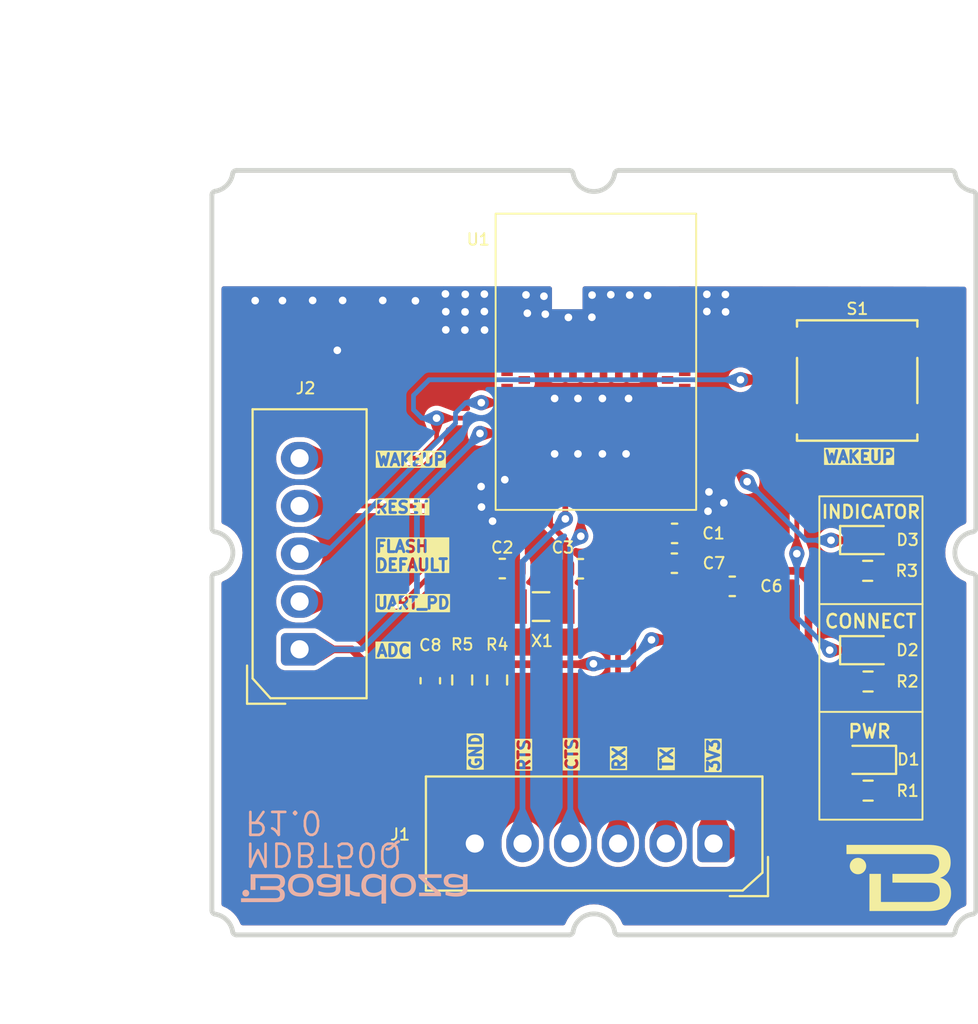
<source format=kicad_pcb>
(kicad_pcb (version 20241229) (generator "pcbnew") (generator_version "9.0")
  (layers (0 "F.Cu" signal) (2 "B.Cu" signal) (13 "F.Paste" user) (15 "B.Paste" user) (5 "F.SilkS" user "F.Silkscreen") (7 "B.SilkS" user "B.Silkscreen") (1 "F.Mask" user) (3 "B.Mask" user) (25 "Edge.Cuts" user))
  (net 0 "")
  (net 1 "GND")
  (net 2 "3.3V")
  (net 3 "Net-(U1-XL1)")
  (net 4 "Net-(U1-XL2)")
  (net 5 "/WAKEUP")
  (net 7 "/UART_TX")
  (net 8 "/RESET")
  (net 12 "/UART_CTS")
  (net 14 "/UART_PD")
  (net 15 "/UART_RX")
  (net 20 "/FLASH_DEFAULT")
  (net 22 "/INDICATOR")
  (net 23 "/ADV_LED")
  (net 24 "/ADC")
  (net 28 "/UART_RTS")
  (net 29 "Net-(D1-A)")
  (net 30 "Net-(D2-A)")
  (net 32 "Net-(D3-A)")
  (footprint "Capacitor_SMD:C_0603_1608Metric" (layer "F.Cu") (at 95.03 77.83 -90)
    (property "Reference" "C8")
    (property "Value" "100nF" (hide yes))
  )
  (footprint "KSC221JLFS:SW_KSC221JLFS" (layer "F.Cu") (at 117.38 62.12)
    (property "Reference" "S1")
    (property "Value" "KSC221JLFS" (hide yes))
  )
  (footprint "Capacitor_SMD:C_0603_1608Metric" (layer "F.Cu") (at 102.89 71.97 180)
    (property "Reference" "C3")
    (property "Value" "12pF" (hide yes))
  )
  (footprint "LED_SMD:LED_0603_1608Metric" (layer "F.Cu") (at 117.9325 81.97 180)
    (property "Reference" "D1")
    (property "Value" "RED" (hide yes))
  )
  (footprint "ConnectorsBoardoza:2317-05S_1x05_P2.50mm_Vertical" (layer "F.Cu") (at 88.185 76.185 90)
    (property "Reference" "J2")
    (property "Value" "Conn_01x05" (hide yes))
  )
  (footprint "Resistor_SMD:R_0603_1608Metric" (layer "F.Cu") (at 117.95 77.87)
    (property "Reference" "R2")
    (property "Value" "1k" (hide yes))
  )
  (footprint "Capacitor_SMD:C_0603_1608Metric" (layer "F.Cu") (at 107.81 71.68)
    (property "Reference" "C7")
    (property "Value" "100nF" (hide yes))
  )
  (footprint "Resistor_SMD:R_0603_1608Metric" (layer "F.Cu") (at 98.53 77.79 -90)
    (property "Reference" "R4")
    (property "Value" "820K" (hide yes))
  )
  (footprint "32.768KHz SMD-2:XTAL_CC7V-T1A-32.768K-9PF-20PPM-TB-QA" (layer "F.Cu") (at 100.83 73.95 180)
    (property "Reference" "X1")
    (property "Value" "32.768KHz" (hide yes))
  )
  (footprint "Resistor_SMD:R_0603_1608Metric" (layer "F.Cu") (at 117.9525 83.58 180)
    (property "Reference" "R1")
    (property "Value" "1k" (hide yes))
  )
  (footprint "LED_SMD:LED_0603_1608Metric" (layer "F.Cu") (at 117.97 76.23)
    (property "Reference" "D2")
    (property "Value" "GREEN" (hide yes))
  )
  (footprint "Library:MDBT50Q" (layer "F.Cu") (at 101.75 49.49)
    (property "Reference" "U1")
    (property "Value" "MDBT50Q-ATMS1" (hide yes))
  )
  (footprint "Capacitor_SMD:C_0603_1608Metric" (layer "F.Cu") (at 107.82 70.12)
    (property "Reference" "C1")
    (property "Value" "4.7uF" (hide yes))
  )
  (footprint "ConnectorsBoardoza:2317-06S_1x06_P2.50mm_Vertical" (layer "F.Cu") (at 109.86 86.35 180)
    (property "Reference" "J1")
    (property "Value" "Conn_01x06" (hide yes))
  )
  (footprint "LED_SMD:LED_0603_1608Metric" (layer "F.Cu") (at 117.97 70.47)
    (property "Reference" "D3")
    (property "Value" "GREEN" (hide yes))
  )
  (footprint "Resistor_SMD:R_0603_1608Metric" (layer "F.Cu") (at 96.7 77.79 -90)
    (property "Reference" "R5")
    (property "Value" "820K" (hide yes))
  )
  (footprint "Resistor_SMD:R_0603_1608Metric" (layer "F.Cu") (at 117.93 72.08)
    (property "Reference" "R3")
    (property "Value" "1k" (hide yes))
  )
  (footprint "Capacitor_SMD:C_0603_1608Metric" (layer "F.Cu") (at 98.8 71.96)
    (property "Reference" "C2")
    (property "Value" "12pF" (hide yes))
  )
  (footprint "Capacitor_SMD:C_0603_1608Metric" (layer "F.Cu") (at 110.84 72.89)
    (property "Reference" "C6")
    (property "Value" "10pF" (hide yes))
  )
  (gr_poly (pts (xy 121.25098 86.421925) (xy 121.376235 86.430632) (xy 121.494225 86.445537) (xy 121.604747 86.466958) (xy 121.707596 86.495216) (xy 121.756079 86.512008) (xy 121.802569 86.53063) (xy 121.847038 86.551122) (xy 121.889462 86.573522) (xy 121.929816 86.597872) (xy 121.968073 86.624211) (xy 122.004209 86.65258) (xy 122.038198 86.683018) (xy 122.070014 86.715565) (xy 122.099633 86.750262) (xy 122.127028 86.787148) (xy 122.152174 86.826263) (xy 122.175046 86.867648) (xy 122.195619 86.911342) (xy 122.213866 86.957386) (xy 122.229763 87.005819) (xy 122.243285 87.056682) (xy 122.254404 87.110014) (xy 122.263097 87.165856) (xy 122.269338 87.224247) (xy 122.273101 87.285228) (xy 122.274361 87.348839) (xy 122.273635 87.390426) (xy 122.271479 87.430809) (xy 122.267929 87.470001) (xy 122.263021 87.508013) (xy 122.25679 87.544857) (xy 122.249273 87.580545) (xy 122.240504 87.615089) (xy 122.230519 87.6485) (xy 122.219354 87.680791) (xy 122.207045 87.711973) (xy 122.193626 87.742059) (xy 122.179135 87.77106) (xy 122.163605 87.798987) (xy 122.147074 87.825854) (xy 122.111147 87.876451) (xy 122.071638 87.922946) (xy 122.028834 87.965434) (xy 121.983018 88.00401) (xy 121.934475 88.038769) (xy 121.883491 88.069805) (xy 121.83035 88.097214) (xy 121.775337 88.121091) (xy 121.718736 88.141531) (xy 121.749236 88.148525) (xy 121.779249 88.156662) (xy 121.808742 88.165942) (xy 121.837686 88.176369) (xy 121.866047 88.187946) (xy 121.893795 88.200673) (xy 121.920898 88.214554) (xy 121.947324 88.229592) (xy 121.973042 88.245787) (xy 121.998021 88.263144) (xy 122.022228 88.281664) (xy 122.045633 88.301349) (xy 122.068203 88.322202) (xy 122.089908 88.344226) (xy 122.110715 88.367422) (xy 122.130593 88.391794) (xy 122.149511 88.417342) (xy 122.167437 88.444071) (xy 122.18434 88.471982) (xy 122.200187 88.501077) (xy 122.214948 88.53136) (xy 122.228591 88.562831) (xy 122.241085 88.595495) (xy 122.252397 88.629352) (xy 122.262496 88.664406) (xy 122.271351 88.700659) (xy 122.27893 88.738113) (xy 122.285202 88.77677) (xy 122.290135 88.816633) (xy 122.293698 88.857705) (xy 122.295859 88.899988) (xy 122.296586 88.943483) (xy 122.295372 89.004182) (xy 122.291737 89.062664) (xy 122.28569 89.118949) (xy 122.277241 89.173055) (xy 122.266398 89.225001) (xy 122.253172 89.274807) (xy 122.237573 89.322491) (xy 122.219609 89.368073) (xy 122.19929 89.411571) (xy 122.176626 89.453005) (xy 122.151626 89.492393) (xy 122.124299 89.529754) (xy 122.094655 89.565108) (xy 122.062705 89.598473) (xy 122.028456 89.629869) (xy 121.991918 89.659313) (xy 121.953102 89.686827) (xy 121.912017 89.712427) (xy 121.868671 89.736134) (xy 121.823075 89.757966) (xy 121.775238 89.777942) (xy 121.72517 89.796082) (xy 121.672879 89.812404) (xy 121.618376 89.826927) (xy 121.561671 89.83967) (xy 121.502771 89.850653) (xy 121.441688 89.859894) (xy 121.37843 89.867412) (xy 121.245429 89.877356) (xy 121.103845 89.880637) (xy 118.020126 89.880637) (xy 118.021979 89.880637) (xy 118.021979 87.935949) (xy 118.623906 87.935949) (xy 118.623906 89.406503) (xy 121.079769 89.406503) (xy 121.15362 89.404666) (xy 121.223041 89.399098) (xy 121.287985 89.389716) (xy 121.348407 89.376435) (xy 121.376908 89.368307) (xy 121.40426 89.359172) (xy 121.430459 89.349021) (xy 121.455499 89.337842) (xy 121.479373 89.325626) (xy 121.502076 89.312361) (xy 121.523603 89.298038) (xy 121.543946 89.282645) (xy 121.563102 89.266172) (xy 121.581064 89.24861) (xy 121.597825 89.229946) (xy 121.613382 89.210171) (xy 121.627726 89.189275) (xy 121.640854 89.167246) (xy 121.652759 89.144074) (xy 121.663435 89.119749) (xy 121.672877 89.09426) (xy 121.681078 89.067596) (xy 121.688034 89.039748) (xy 121.693737 89.010704) (xy 121.698184 88.980454) (xy 121.701367 88.948988) (xy 121.703281 88.916295) (xy 121.70392 88.882364) (xy 121.703372 88.84854) (xy 121.701729 88.816156) (xy 121.69899 88.78519) (xy 121.695156 88.755616) (xy 121.690227 88.727411) (xy 121.684204 88.70055) (xy 121.677086 88.67501) (xy 121.668875 88.650767) (xy 121.659571 88.627796) (xy 121.649174 88.606073) (xy 121.637684 88.585575) (xy 121.625102 88.566276) (xy 121.611428 88.548154) (xy 121.596662 88.531184) (xy 121.580805 88.515342) (xy 121.563857 88.500603) (xy 121.545818 88.486945) (xy 121.526689 88.474342) (xy 121.50647 88.462771) (xy 121.485161 88.452207) (xy 121.462763 88.442627) (xy 121.439276 88.434006) (xy 121.414701 88.42632) (xy 121.389037 88.419546) (xy 121.362286 88.413659) (xy 121.334446 88.408634) (xy 121.275507 88.401079) (xy 121.212221 88.396687) (xy 121.144591 88.395266) (xy 119.225833 88.395266) (xy 119.225833 87.935949) (xy 121.029761 87.935949) (xy 121.101421 87.934065) (xy 121.169735 87.928342) (xy 121.234527 87.918674) (xy 121.295622 87.904956) (xy 121.324728 87.896545) (xy 121.352843 87.887081) (xy 121.379945 87.876552) (xy 121.406013 87.864944) (xy 121.431024 87.852244) (xy 121.454956 87.838439) (xy 121.477787 87.823516) (xy 121.499496 87.807461) (xy 121.52006 87.790261) (xy 121.539456 87.771903) (xy 121.557664 87.752373) (xy 121.574661 87.731659) (xy 121.590425 87.709747) (xy 121.604933 87.686625) (xy 121.618165 87.662278) (xy 121.630097 87.636693) (xy 121.640708 87.609858) (xy 121.649976 87.581759) (xy 121.657878 87.552382) (xy 121.664393 87.521716) (xy 121.669499 87.489745) (xy 121.673173 87.456458) (xy 121.675394 87.421841) (xy 121.676139 87.385881) (xy 121.675538 87.354837) (xy 121.673739 87.324903) (xy 121.67075 87.29607) (xy 121.666578 87.268331) (xy 121.66123 87.241677) (xy 121.654713 87.2161) (xy 121.647034 87.191592) (xy 121.6382 87.168145) (xy 121.628219 87.145751) (xy 121.617097 87.124401) (xy 121.604842 87.104087) (xy 121.59146 87.084801) (xy 121.57696 87.066536) (xy 121.561347 87.049283) (xy 121.54463 87.033033) (xy 121.526814 87.017779) (xy 121.507909 87.003513) (xy 121.487919 86.990226) (xy 121.466854 86.97791) (xy 121.444719 86.966558) (xy 121.421522 86.95616) (xy 121.397269 86.946709) (xy 121.371969 86.938197) (xy 121.345629 86.930615) (xy 121.318254 86.923956) (xy 121.289853 86.918212) (xy 121.260433 86.913373) (xy 121.23 86.909432) (xy 121.166126 86.904212) (xy 121.098289 86.902487) (xy 116.819977 86.902487) (xy 116.819977 86.419093) (xy 121.118662 86.419093)) (fill yes) (layer "F.SilkS"))
  (gr_line (start 115.4 79.46) (end 120.8 79.46) (stroke (width 0.1)) (layer "F.SilkS"))
  (gr_line (start 120.8 68.18) (end 120.8 73.82) (stroke (width 0.1)) (layer "F.SilkS"))
  (gr_rect (start 115.4 73.82) (end 120.8 85.1) (stroke (width 0.1)) (fill no) (layer "F.SilkS"))
  (gr_line (start 115.4 68.18) (end 120.8 68.18) (stroke (width 0.1)) (layer "F.SilkS"))
  (gr_line (start 115.4 73.82) (end 115.4 68.18) (stroke (width 0.1)) (layer "F.SilkS"))
  (gr_poly (pts (xy 117.444015 87.097514) (xy 117.465836 87.099174) (xy 117.48734 87.101906) (xy 117.5085 87.105685) (xy 117.529288 87.110483) (xy 117.549678 87.116273) (xy 117.569643 87.123028) (xy 117.589156 87.130722) (xy 117.608189 87.139327) (xy 117.626716 87.148816) (xy 117.64471 87.159162) (xy 117.662144 87.170338) (xy 117.67899 87.182318) (xy 117.695222 87.195074) (xy 117.710813 87.208579) (xy 117.725736 87.222807) (xy 117.739963 87.237729) (xy 117.753468 87.25332) (xy 117.766224 87.269552) (xy 117.778204 87.286399) (xy 117.78938 87.303832) (xy 117.799726 87.321826) (xy 117.809215 87.340353) (xy 117.81782 87.359386) (xy 117.825514 87.378899) (xy 117.832269 87.398864) (xy 117.838059 87.419254) (xy 117.842857 87.440042) (xy 117.846636 87.461202) (xy 117.849368 87.482706) (xy 117.851028 87.504527) (xy 117.851587 87.526639) (xy 117.851028 87.54875) (xy 117.849368 87.570571) (xy 117.846636 87.592075) (xy 117.842857 87.613235) (xy 117.838059 87.634023) (xy 117.832269 87.654413) (xy 117.825514 87.674378) (xy 117.81782 87.693891) (xy 117.809215 87.712924) (xy 117.799726 87.731451) (xy 117.78938 87.749445) (xy 117.778204 87.766879) (xy 117.766224 87.783725) (xy 117.753468 87.799957) (xy 117.739963 87.815548) (xy 117.725736 87.830471) (xy 117.710813 87.844698) (xy 117.695222 87.858203) (xy 117.67899 87.870959) (xy 117.662144 87.882939) (xy 117.64471 87.894115) (xy 117.626716 87.904461) (xy 117.608189 87.91395) (xy 117.589156 87.922555) (xy 117.569643 87.930249) (xy 117.549678 87.937004) (xy 117.529288 87.942794) (xy 117.5085 87.947592) (xy 117.48734 87.951371) (xy 117.465836 87.954103) (xy 117.444015 87.955763) (xy 117.421903 87.956322) (xy 117.399792 87.955763) (xy 117.377971 87.954103) (xy 117.356467 87.951371) (xy 117.335307 87.947592) (xy 117.314519 87.942794) (xy 117.294129 87.937004) (xy 117.274164 87.930249) (xy 117.254651 87.922555) (xy 117.235618 87.91395) (xy 117.217091 87.904461) (xy 117.199097 87.894115) (xy 117.181664 87.882939) (xy 117.164817 87.870959) (xy 117.148585 87.858203) (xy 117.132994 87.844698) (xy 117.118072 87.830471) (xy 117.103844 87.815548) (xy 117.090339 87.799957) (xy 117.077583 87.783725) (xy 117.065603 87.766879) (xy 117.054427 87.749445) (xy 117.044081 87.731451) (xy 117.034592 87.712924) (xy 117.025987 87.693891) (xy 117.018293 87.674378) (xy 117.011538 87.654413) (xy 117.005748 87.634023) (xy 117.00095 87.613235) (xy 116.997171 87.592075) (xy 116.994439 87.570571) (xy 116.992779 87.54875) (xy 116.99222 87.526639) (xy 116.992779 87.504527) (xy 116.994439 87.482706) (xy 116.997171 87.461202) (xy 117.00095 87.440042) (xy 117.005748 87.419254) (xy 117.011538 87.398864) (xy 117.018293 87.378899) (xy 117.025987 87.359386) (xy 117.034592 87.340353) (xy 117.044081 87.321826) (xy 117.054427 87.303832) (xy 117.065603 87.286399) (xy 117.077583 87.269552) (xy 117.090339 87.25332) (xy 117.103844 87.237729) (xy 117.118072 87.222807) (xy 117.132994 87.208579) (xy 117.148585 87.195074) (xy 117.164817 87.182318) (xy 117.181664 87.170338) (xy 117.199097 87.159162) (xy 117.217091 87.148816) (xy 117.235618 87.139327) (xy 117.254651 87.130722) (xy 117.274164 87.123028) (xy 117.294129 87.116273) (xy 117.314519 87.110483) (xy 117.335307 87.105685) (xy 117.356467 87.101906) (xy 117.377971 87.099174) (xy 117.399792 87.097514) (xy 117.421903 87.096955)) (fill yes) (layer "F.SilkS"))
  (gr_poly (pts (xy 95.59 88.94) (xy 94.724812 88.143604) (xy 95.619104 88.146251) (xy 95.619104 87.95575) (xy 94.407312 87.95575) (xy 94.407312 88.119792) (xy 95.269854 88.918834) (xy 94.441708 88.916188) (xy 94.441708 89.104041) (xy 95.59 89.104041)) (fill yes) (layer "B.SilkS"))
  (gr_poly (pts (xy 96.370521 89.125207) (xy 96.448427 89.123683) (xy 96.485182 89.121774) (xy 96.520491 89.119094) (xy 96.554369 89.115641) (xy 96.586828 89.111412) (xy 96.617883 89.106402) (xy 96.647548 89.100609) (xy 96.675838 89.09403) (xy 96.702765 89.08666) (xy 96.728345 89.078496) (xy 96.752591 89.069536) (xy 96.775517 89.059775) (xy 96.797138 89.049211) (xy 96.817467 89.03784) (xy 96.836519 89.025658) (xy 96.854307 89.012662) (xy 96.870845 88.998848) (xy 96.886148 88.984214) (xy 96.90023 88.968757) (xy 96.913105 88.952471) (xy 96.924786 88.935355) (xy 96.935289 88.917404) (xy 96.944626 88.898616) (xy 96.952812 88.878987) (xy 96.95986 88.858513) (xy 96.965786 88.837192) (xy 96.970603 88.815019) (xy 96.974325 88.791992) (xy 96.976967 88.768106) (xy 96.978541 88.74336) (xy 96.979063 88.717748) (xy 96.979063 87.953103) (xy 96.751521 87.953103) (xy 96.751521 88.095979) (xy 96.729354 88.081492) (xy 96.70466 88.0669) (xy 96.677641 88.052348) (xy 96.648498 88.037977) (xy 96.617433 88.023932) (xy 96.584647 88.010356) (xy 96.550341 87.997392) (xy 96.514718 87.985184) (xy 96.477979 87.973876) (xy 96.440325 87.96361) (xy 96.401958 87.954529) (xy 96.363079 87.946779) (xy 96.32389 87.9405) (xy 96.284593 87.935839) (xy 96.245389 87.932936) (xy 96.206479 87.931937) (xy 96.163197 87.9329) (xy 96.119926 87.935921) (xy 96.077051 87.941198) (xy 96.034955 87.948928) (xy 96.014318 87.953775) (xy 95.994021 87.959309) (xy 95.97411 87.965556) (xy 95.954634 87.972539) (xy 95.93564 87.980284) (xy 95.917177 87.988815) (xy 95.899292 87.998157) (xy 95.882034 88.008335) (xy 95.86545 88.019374) (xy 95.849588 88.031297) (xy 95.834497 88.04413) (xy 95.820224 88.057898) (xy 95.806817 88.072625) (xy 95.794324 88.088336) (xy 95.782793 88.105056) (xy 95.772273 88.122809) (xy 95.762811 88.14162) (xy 95.754454 88.161514) (xy 95.747252 88.182516) (xy 95.741252 88.204649) (xy 95.736501 88.22794) (xy 95.733049 88.252412) (xy 95.730942 88.278091) (xy 95.730299 88.302354) (xy 95.973646 88.302354) (xy 95.973948 88.290874) (xy 95.974853 88.279751) (xy 95.976358 88.268986) (xy 95.978462 88.258579) (xy 95.981163 88.24853) (xy 95.984459 88.23884) (xy 95.988348 88.22951) (xy 95.992828 88.22054) (xy 95.997897 88.21193) (xy 96.003554 88.203681) (xy 96.009795 88.195794) (xy 96.01662 88.188268) (xy 96.024026 88.181105) (xy 96.032012 88.174304) (xy 96.040575 88.167867) (xy 96.049714 88.161794) (xy 96.06971 88.150741) (xy 96.091985 88.141149) (xy 96.116524 88.133023) (xy 96.14331 88.126365) (xy 96.172329 88.12118) (xy 96.203565 88.117471) (xy 96.237002 88.115243) (xy 96.272626 88.1145) (xy 96.30326 88.115175) (xy 96.334519 88.117172) (xy 96.366219 88.120447) (xy 96.398179 88.124959) (xy 96.430216 88.130665) (xy 96.462149 88.137522) (xy 96.493795 88.145487) (xy 96.524972 88.154518) (xy 96.555498 88.164572) (xy 96.585191 88.175607) (xy 96.613868 88.18758) (xy 96.641347 88.200448) (xy 96.667447 88.214169) (xy 96.691985 88.2287) (xy 96.714779 88.243998) (xy 96.735647 88.260021) (xy 96.735647 88.46375) (xy 96.694156 88.470659) (xy 96.649285 88.477351) (xy 96.601375 88.483609) (xy 96.550769 88.489216) (xy 96.497805 88.493955) (xy 96.442827 88.497608) (xy 96.386174 88.499959) (xy 96.328188 88.500791) (xy 96.283656 88.500249) (xy 96.242307 88.498559) (xy 96.204097 88.495629) (xy 96.186155 88.49367) (xy 96.168983 88.491366) (xy 96.152574 88.488705) (xy 96.136924 88.485676) (xy 96.122026 88.482267) (xy 96.107876 88.478467) (xy 96.094468 88.474264) (xy 96.081796 88.469646) (xy 96.069857 88.464602) (xy 96.058643 88.459119) (xy 96.048151 88.453188) (xy 96.038374 88.446795) (xy 96.029307 88.439929) (xy 96.020945 88.432578) (xy 96.013283 88.424732) (xy 96.006315 88.416378) (xy 96.000036 88.407504) (xy 95.994441 88.3981) (xy 95.989523 88.388153) (xy 95.985279 88.377651) (xy 95.981702 88.366584) (xy 95.978788 88.35494) (xy 95.97653 88.342706) (xy 95.974924 88.329871) (xy 95.973965 88.316425) (xy 95.973646 88.302354) (xy 95.730299 88.302354) (xy 95.730229 88.305) (xy 95.730952 88.331856) (xy 95.7331 88.35738) (xy 95.736641 88.381602) (xy 95.741541 88.404555) (xy 95.747769 88.426269) (xy 95.755292 88.446776) (xy 95.764077 88.466108) (xy 95.774092 88.484297) (xy 95.785305 88.501372) (xy 95.797683 88.517367) (xy 95.811194 88.532313) (xy 95.825805 88.546241) (xy 95.841484 88.559182) (xy 95.858198 88.571169) (xy 95.875914 88.582232) (xy 95.894602 88.592404) (xy 95.934758 88.610196) (xy 95.978405 88.624799) (xy 96.025286 88.636465) (xy 96.075139 88.645444) (xy 96.127704 88.65199) (xy 96.182724 88.656353) (xy 96.239937 88.658786) (xy 96.299083 88.659541) (xy 96.361152 88.658456) (xy 96.422073 88.655325) (xy 96.481444 88.650333) (xy 96.538862 88.643667) (xy 96.593923 88.635512) (xy 96.646225 88.626056) (xy 96.695364 88.615483) (xy 96.740937 88.603979) (xy 96.740937 88.707166) (xy 96.739705 88.734456) (xy 96.735914 88.759789) (xy 96.729426 88.783191) (xy 96.725127 88.794177) (xy 96.720101 88.80469) (xy 96.714331 88.814735) (xy 96.7078 88.824314) (xy 96.700489 88.833431) (xy 96.692382 88.842089) (xy 96.683461 88.850291) (xy 96.673709 88.858042) (xy 96.663108 88.865344) (xy 96.651641 88.8722) (xy 96.626038 88.884592) (xy 96.59676 88.895243) (xy 96.563669 88.904181) (xy 96.526625 88.911433) (xy 96.485488 88.917027) (xy 96.440119 88.920988) (xy 96.390378 88.923345) (xy 96.336125 88.924125) (xy 96.30141 88.923666) (xy 96.26676 88.922316) (xy 96.232242 88.920114) (xy 96.197922 88.917097) (xy 96.163865 88.913305) (xy 96.130138 88.908777) (xy 96.096806 88.903551) (xy 96.063935 88.897667) (xy 96.031591 88.891162) (xy 95.999841 88.884076) (xy 95.968749 88.876447) (xy 95.938382 88.868314) (xy 95.908806 88.859716) (xy 95.880086 88.850692) (xy 95.852288 88.841281) (xy 95.825479 88.83152) (xy 95.825479 89.037896) (xy 95.849332 89.047161) (xy 95.875161 89.056081) (xy 95.902835 89.064621) (xy 95.932222 89.072746) (xy 95.995609 89.087614) (xy 96.064266 89.100404) (xy 96.13714 89.110837) (xy 96.213177 89.118635) (xy 96.291322 89.123518) (xy 96.370521 89.125208)) (fill yes) (layer "B.SilkS"))
  (gr_poly (pts (xy 86.983152 89.412404) (xy 87.03582 89.408716) (xy 87.085457 89.402408) (xy 87.131974 89.393347) (xy 87.175282 89.381404) (xy 87.195705 89.374309) (xy 87.215292 89.366445) (xy 87.234032 89.357793) (xy 87.251914 89.348339) (xy 87.268927 89.338064) (xy 87.28506 89.326954) (xy 87.300301 89.31499) (xy 87.31464 89.302158) (xy 87.328065 89.28844) (xy 87.340566 89.27382) (xy 87.35213 89.258281) (xy 87.362747 89.241808) (xy 87.372406 89.224383) (xy 87.381095 89.205989) (xy 87.388804 89.186612) (xy 87.395522 89.166234) (xy 87.401236 89.144838) (xy 87.405936 89.122408) (xy 87.409612 89.098928) (xy 87.412251 89.074381) (xy 87.413842 89.048751) (xy 87.414375 89.022022) (xy 87.414068 89.004425) (xy 87.413156 88.987349) (xy 87.411654 88.970789) (xy 87.40958 88.954739) (xy 87.406947 88.939192) (xy 87.403771 88.924144) (xy 87.400068 88.909588) (xy 87.395854 88.895518) (xy 87.391144 88.881928) (xy 87.385953 88.868814) (xy 87.380297 88.856168) (xy 87.374192 88.843986) (xy 87.367652 88.832261) (xy 87.360694 88.820987) (xy 87.345584 88.799772) (xy 87.328985 88.780292) (xy 87.311022 88.762502) (xy 87.29182 88.746356) (xy 87.2715 88.731806) (xy 87.250189 88.718807) (xy 87.22801 88.707312) (xy 87.205086 88.697274) (xy 87.181542 88.688646) (xy 87.194345 88.685677) (xy 87.206949 88.682227) (xy 87.219339 88.678294) (xy 87.231503 88.673877) (xy 87.243426 88.668976) (xy 87.255096 88.663589) (xy 87.266498 88.657717) (xy 87.277619 88.651356) (xy 87.288445 88.644508) (xy 87.298964 88.63717) (xy 87.30916 88.629342) (xy 87.319022 88.621022) (xy 87.328534 88.612211) (xy 87.337685 88.602906) (xy 87.346459 88.593107) (xy 87.354844 88.582813) (xy 87.362826 88.572022) (xy 87.370391 88.560735) (xy 87.377526 88.54895) (xy 87.384217 88.536666) (xy 87.390451 88.523881) (xy 87.396213 88.510596) (xy 87.401492 88.496809) (xy 87.406272 88.482519) (xy 87.410541 88.467725) (xy 87.414285 88.452427) (xy 87.41749 88.436622) (xy 87.420142 88.420311) (xy 87.422229 88.403492) (xy 87.423736 88.386164) (xy 87.424651 88.368327) (xy 87.424958 88.349979) (xy 87.424448 88.324406) (xy 87.422917 88.29977) (xy 87.420372 88.276063) (xy 87.416814 88.253277) (xy 87.412249 88.231404) (xy 87.406681 88.210435) (xy 87.400112 88.190363) (xy 87.392547 88.171179) (xy 87.38399 88.152874) (xy 87.374445 88.135441) (xy 87.363915 88.118871) (xy 87.352405 88.103157) (xy 87.339918 88.088289) (xy 87.326458 88.07426) (xy 87.312029 88.061061) (xy 87.296636 88.048685) (xy 87.280281 88.037122) (xy 87.262968 88.026365) (xy 87.244703 88.016406) (xy 87.225488 88.007235) (xy 87.205327 87.998846) (xy 87.184224 87.991229) (xy 87.162183 87.984377) (xy 87.139209 87.978281) (xy 87.115304 87.972933) (xy 87.090473 87.968325) (xy 87.064719 87.964448) (xy 87.038047 87.961295) (xy 86.981962 87.957125) (xy 86.92225 87.95575) (xy 85.620501 87.95575) (xy 85.620501 88.773313) (xy 85.874501 88.773313) (xy 85.874501 88.154188) (xy 86.909021 88.154188) (xy 86.939868 88.154968) (xy 86.968894 88.15733) (xy 86.996074 88.161304) (xy 87.021387 88.166921) (xy 87.033335 88.170356) (xy 87.044808 88.174213) (xy 87.055802 88.178496) (xy 87.066314 88.183209) (xy 87.076342 88.188357) (xy 87.085883 88.193943) (xy 87.094933 88.19997) (xy 87.10349 88.206443) (xy 87.111551 88.213366) (xy 87.119113 88.220742) (xy 87.126173 88.228576) (xy 87.132729 88.23687) (xy 87.138776 88.24563) (xy 87.144313 88.254859) (xy 87.149337 88.264561) (xy 87.153844 88.274739) (xy 87.157831 88.285398) (xy 87.161297 88.296541) (xy 87.164237 88.308173) (xy 87.166649 88.320297) (xy 87.16853 88.332917) (xy 87.169877 88.346037) (xy 87.170688 88.359661) (xy 87.170959 88.373792) (xy 87.170726 88.387886) (xy 87.170029 88.401399) (xy 87.168868 88.414341) (xy 87.167243 88.426719) (xy 87.165155 88.438544) (xy 87.162605 88.449822) (xy 87.159592 88.460564) (xy 87.156117 88.470778) (xy 87.152182 88.480473) (xy 87.147785 88.489657) (xy 87.142928 88.498339) (xy 87.137612 88.506528) (xy 87.131836 88.514233) (xy 87.125602 88.521461) (xy 87.118909 88.528223) (xy 87.111758 88.534527) (xy 87.10415 88.54038) (xy 87.096085 88.545793) (xy 87.087564 88.550774) (xy 87.078587 88.555332) (xy 87.069155 88.559474) (xy 87.059267 88.563211) (xy 87.048925 88.566551) (xy 87.03813 88.569501) (xy 87.02688 88.572073) (xy 87.015178 88.574273) (xy 86.990417 88.577594) (xy 86.963849 88.579536) (xy 86.93548 88.580168) (xy 86.1285 88.580168) (xy 86.1285 88.773313) (xy 86.887855 88.773313) (xy 86.917948 88.774096) (xy 86.946662 88.776481) (xy 86.973919 88.780516) (xy 86.999641 88.786253) (xy 87.011902 88.789775) (xy 87.023751 88.793741) (xy 87.035177 88.798158) (xy 87.04617 88.803032) (xy 87.056722 88.808369) (xy 87.066823 88.814175) (xy 87.076462 88.820458) (xy 87.085631 88.827222) (xy 87.094318 88.834474) (xy 87.102516 88.842221) (xy 87.110213 88.85047) (xy 87.117401 88.859225) (xy 87.12407 88.868494) (xy 87.130209 88.878283) (xy 87.13581 88.888597) (xy 87.140862 88.899445) (xy 87.145357 88.910831) (xy 87.149283 88.922762) (xy 87.152632 88.935244) (xy 87.155394 88.948284) (xy 87.157559 88.961888) (xy 87.159117 88.976062) (xy 87.160059 88.990813) (xy 87.160375 89.006146) (xy 87.16012 89.019301) (xy 87.159357 89.031979) (xy 87.158088 89.044185) (xy 87.156319 89.055921) (xy 87.154051 89.067192) (xy 87.151289 89.078002) (xy 87.148035 89.088355) (xy 87.144294 89.098254) (xy 87.140068 89.107704) (xy 87.135361 89.116708) (xy 87.130176 89.12527) (xy 87.124517 89.133394) (xy 87.118387 89.141084) (xy 87.11179 89.148344) (xy 87.104728 89.155178) (xy 87.097206 89.161589) (xy 87.089227 89.167582) (xy 87.080793 89.173159) (xy 87.071909 89.178326) (xy 87.062578 89.183086) (xy 87.052803 89.187443) (xy 87.042587 89.191401) (xy 87.031935 89.194964) (xy 87.020849 89.198135) (xy 87.009333 89.200918) (xy 86.99739 89.203318) (xy 86.985023 89.205338) (xy 86.972237 89.206982) (xy 86.945417 89.209157) (xy 86.916959 89.209875) (xy 85.117792 89.209875) (xy 85.117792 89.413605) (xy 86.927542 89.413605)) (fill yes) (layer "B.SilkS"))
  (gr_poly (pts (xy 92.713979 87.95575) (xy 92.486439 87.95575) (xy 92.486439 88.090688) (xy 92.465921 88.074546) (xy 92.44409 88.058912) (xy 92.420995 88.043859) (xy 92.396687 88.029461) (xy 92.371216 88.015792) (xy 92.344633 88.002925) (xy 92.316988 87.990935) (xy 92.288332 87.979893) (xy 92.258714 87.969875) (xy 92.228185 87.960954) (xy 92.196796 87.953203) (xy 92.164597 87.946696) (xy 92.131639 87.941507) (xy 92.097971 87.93771) (xy 92.063644 87.935377) (xy 92.028709 87.934583) (xy 91.992046 87.935203) (xy 91.956472 87.937059) (xy 91.921993 87.940149) (xy 91.888614 87.944469) (xy 91.85634 87.950016) (xy 91.825175 87.956786) (xy 91.795124 87.964775) (xy 91.766193 87.973981) (xy 91.738385 87.984401) (xy 91.711706 87.99603) (xy 91.686161 88.008865) (xy 91.661755 88.022903) (xy 91.638491 88.038141) (xy 91.616376 88.054575) (xy 91.595414 88.072202) (xy 91.57561 88.091018) (xy 91.556969 88.11102) (xy 91.539495 88.132205) (xy 91.523193 88.154569) (xy 91.508069 88.178108) (xy 91.494127 88.20282) (xy 91.481372 88.228701) (xy 91.469808 88.255748) (xy 91.459442 88.283957) (xy 91.450276 88.313325) (xy 91.442317 88.343848) (xy 91.43557 88.375524) (xy 91.430038 88.408347) (xy 91.425727 88.442317) (xy 91.422642 88.477428) (xy 91.420787 88.513678) (xy 91.420299 88.543125) (xy 91.663584 88.543125) (xy 91.66508 88.496661) (xy 91.669599 88.452578) (xy 91.673006 88.431455) (xy 91.677187 88.410959) (xy 91.682147 88.3911) (xy 91.687892 88.37189) (xy 91.694428 88.353339) (xy 91.701759 88.335457) (xy 91.709894 88.318255) (xy 91.718836 88.301745) (xy 91.728592 88.285935) (xy 91.739168 88.270838) (xy 91.750569 88.256464) (xy 91.762802 88.242823) (xy 91.775872 88.229927) (xy 91.789785 88.217785) (xy 91.804547 88.206408) (xy 91.820163 88.195808) (xy 91.83664 88.185994) (xy 91.853983 88.176978) (xy 91.872198 88.16877) (xy 91.891291 88.161381) (xy 91.911267 88.154821) (xy 91.932133 88.149102) (xy 91.953894 88.144233) (xy 91.976557 88.140225) (xy 92.000126 88.137089) (xy 92.024608 88.134836) (xy 92.050009 88.133477) (xy 92.076334 88.133021) (xy 92.105034 88.133696) (xy 92.13354 88.135688) (xy 92.161783 88.138951) (xy 92.189692 88.143439) (xy 92.217198 88.149105) (xy 92.244231 88.155903) (xy 92.270722 88.163787) (xy 92.2966 88.172709) (xy 92.321796 88.182623) (xy 92.34624 88.193483) (xy 92.369863 88.205242) (xy 92.392594 88.217853) (xy 92.414364 88.231271) (xy 92.435103 88.245448) (xy 92.454741 88.260339) (xy 92.473209 88.275896) (xy 92.475855 88.275896) (xy 92.475855 88.78125) (xy 92.454682 88.79861) (xy 92.43285 88.814963) (xy 92.410382 88.830293) (xy 92.387302 88.844584) (xy 92.363633 88.857821) (xy 92.339398 88.869988) (xy 92.314621 88.88107) (xy 92.289324 88.891052) (xy 92.263531 88.899917) (xy 92.237265 88.90765) (xy 92.21055 88.914236) (xy 92.183408 88.919659) (xy 92.155863 88.923905) (xy 92.127939 88.926956) (xy 92.099657 88.928798) (xy 92.071043 88.929416) (xy 92.025045 88.928101) (xy 91.981368 88.924104) (xy 91.960429 88.921075) (xy 91.940103 88.917347) (xy 91.920402 88.91291) (xy 91.901337 88.907753) (xy 91.882919 88.901868) (xy 91.86516 88.895245) (xy 91.84807 88.887874) (xy 91.831661 88.879745) (xy 91.815944 88.870848) (xy 91.80093 88.861175) (xy 91.78663 88.850715) (xy 91.773055 88.839458) (xy 91.760216 88.827395) (xy 91.748126 88.814516) (xy 91.736793 88.800812) (xy 91.726231 88.786273) (xy 91.716449 88.770888) (xy 91.70746 88.754649) (xy 91.699274 88.737546) (xy 91.691902 88.719569) (xy 91.685356 88.700708) (xy 91.679646 88.680954) (xy 91.674785 88.660296) (xy 91.670782 88.638726) (xy 91.667649 88.616234) (xy 91.665398 88.592809) (xy 91.664039 88.568443) (xy 91.663584 88.543125) (xy 91.420299 88.543125) (xy 91.420168 88.551062) (xy 91.420862 88.588333) (xy 91.422932 88.624251) (xy 91.426359 88.658827) (xy 91.431123 88.692072) (xy 91.437205 88.723997) (xy 91.444585 88.754614) (xy 91.453244 88.783933) (xy 91.463162 88.811966) (xy 91.474321 88.838724) (xy 91.486701 88.864218) (xy 91.500282 88.88846) (xy 91.515045 88.911459) (xy 91.530971 88.933228) (xy 91.548041 88.953778) (xy 91.566234 88.973119) (xy 91.585532 88.991263) (xy 91.605915 89.008221) (xy 91.627364 89.024005) (xy 91.649859 89.038624) (xy 91.673382 89.052091) (xy 91.697912 89.064417) (xy 91.72343 89.075613) (xy 91.749918 89.085689) (xy 91.777355 89.094657) (xy 91.805722 89.102529) (xy 91.835 89.109315) (xy 91.896211 89.119674) (xy 91.960832 89.125824) (xy 92.028709 89.127854) (xy 92.063467 89.12709) (xy 92.097294 89.124841) (xy 92.130191 89.121174) (xy 92.162158 89.116155) (xy 92.193195 89.109848) (xy 92.223302 89.102321) (xy 92.252478 89.093638) (xy 92.280725 89.083867) (xy 92.308041 89.073073) (xy 92.334427 89.061321) (xy 92.359883 89.048677) (xy 92.384408 89.035208) (xy 92.408004 89.02098) (xy 92.430669 89.006058) (xy 92.452404 88.990508) (xy 92.473209 88.974396) (xy 92.473209 89.490333) (xy 92.713979 89.490333)) (fill yes) (layer "B.SilkS"))
  (gr_poly (pts (xy 89.718897 89.125207) (xy 89.796802 89.123683) (xy 89.833557 89.121774) (xy 89.868867 89.119094) (xy 89.902744 89.115641) (xy 89.935203 89.111412) (xy 89.966258 89.106402) (xy 89.995924 89.100609) (xy 90.024213 89.09403) (xy 90.05114 89.08666) (xy 90.07672 89.078496) (xy 90.100966 89.069536) (xy 90.123892 89.059775) (xy 90.145513 89.049211) (xy 90.165842 89.03784) (xy 90.184894 89.025658) (xy 90.202682 89.012662) (xy 90.219221 88.998848) (xy 90.234524 88.984214) (xy 90.248606 88.968757) (xy 90.26148 88.952471) (xy 90.273162 88.935355) (xy 90.283664 88.917404) (xy 90.293001 88.898616) (xy 90.301187 88.878987) (xy 90.308236 88.858513) (xy 90.314162 88.837192) (xy 90.318979 88.815019) (xy 90.322701 88.791992) (xy 90.325342 88.768106) (xy 90.326916 88.74336) (xy 90.327438 88.717748) (xy 90.327438 87.953103) (xy 90.099896 87.953103) (xy 90.099896 88.095979) (xy 90.07773 88.081492) (xy 90.053036 88.0669) (xy 90.026017 88.052348) (xy 89.996874 88.037977) (xy 89.965809 88.023932) (xy 89.933023 88.010356) (xy 89.898718 87.997392) (xy 89.863094 87.985184) (xy 89.826355 87.973876) (xy 89.788701 87.96361) (xy 89.750334 87.954529) (xy 89.711455 87.946779) (xy 89.672267 87.9405) (xy 89.632969 87.935839) (xy 89.593765 87.932936) (xy 89.554855 87.931937) (xy 89.511573 87.9329) (xy 89.468302 87.935921) (xy 89.425427 87.941198) (xy 89.383331 87.948928) (xy 89.362695 87.953775) (xy 89.342397 87.959309) (xy 89.322486 87.965556) (xy 89.30301 87.972539) (xy 89.284016 87.980284) (xy 89.265553 87.988815) (xy 89.247668 87.998157) (xy 89.23041 88.008335) (xy 89.213826 88.019374) (xy 89.197964 88.031297) (xy 89.182873 88.04413) (xy 89.1686 88.057898) (xy 89.155193 88.072625) (xy 89.1427 88.088336) (xy 89.131169 88.105056) (xy 89.120649 88.122809) (xy 89.111187 88.14162) (xy 89.10283 88.161514) (xy 89.095628 88.182516) (xy 89.089628 88.204649) (xy 89.084877 88.22794) (xy 89.081425 88.252412) (xy 89.079318 88.278091) (xy 89.078675 88.302354) (xy 89.322021 88.302354) (xy 89.322323 88.290874) (xy 89.323228 88.279751) (xy 89.324733 88.268986) (xy 89.326837 88.258579) (xy 89.329539 88.24853) (xy 89.332835 88.23884) (xy 89.336724 88.22951) (xy 89.341204 88.22054) (xy 89.346273 88.21193) (xy 89.351929 88.203681) (xy 89.358171 88.195794) (xy 89.364995 88.188268) (xy 89.372402 88.181105) (xy 89.380387 88.174304) (xy 89.38895 88.167867) (xy 89.398089 88.161794) (xy 89.418085 88.150741) (xy 89.44036 88.141149) (xy 89.464899 88.133023) (xy 89.491685 88.126365) (xy 89.520704 88.12118) (xy 89.55194 88.117471) (xy 89.585377 88.115243) (xy 89.621 88.1145) (xy 89.651635 88.115175) (xy 89.682893 88.117172) (xy 89.714593 88.120447) (xy 89.746553 88.124959) (xy 89.778591 88.130665) (xy 89.810524 88.137522) (xy 89.84217 88.145487) (xy 89.873347 88.154518) (xy 89.903872 88.164572) (xy 89.933565 88.175607) (xy 89.962242 88.18758) (xy 89.989722 88.200448) (xy 90.015822 88.214169) (xy 90.04036 88.2287) (xy 90.063153 88.243998) (xy 90.084021 88.260021) (xy 90.084021 88.46375) (xy 90.04253 88.470659) (xy 89.997659 88.477351) (xy 89.94975 88.483609) (xy 89.899144 88.489216) (xy 89.84618 88.493955) (xy 89.791202 88.497608) (xy 89.734549 88.499959) (xy 89.676563 88.500791) (xy 89.632031 88.500249) (xy 89.590682 88.498559) (xy 89.552472 88.495629) (xy 89.53453 88.49367) (xy 89.517358 88.491366) (xy 89.500949 88.488705) (xy 89.485299 88.485676) (xy 89.470401 88.482267) (xy 89.456251 88.478467) (xy 89.442843 88.474264) (xy 89.430172 88.469646) (xy 89.418232 88.464602) (xy 89.407019 88.459119) (xy 89.396526 88.453188) (xy 89.386749 88.446795) (xy 89.377682 88.439929) (xy 89.369321 88.432578) (xy 89.361658 88.424732) (xy 89.35469 88.416378) (xy 89.348411 88.407504) (xy 89.342816 88.3981) (xy 89.337899 88.388153) (xy 89.333654 88.377651) (xy 89.330078 88.366584) (xy 89.327163 88.35494) (xy 89.324906 88.342706) (xy 89.3233 88.329871) (xy 89.32234 88.316425) (xy 89.322021 88.302354) (xy 89.078675 88.302354) (xy 89.078605 88.305) (xy 89.079328 88.331856) (xy 89.081476 88.35738) (xy 89.085017 88.381602) (xy 89.089917 88.404555) (xy 89.096145 88.426269) (xy 89.103667 88.446776) (xy 89.112453 88.466108) (xy 89.122468 88.484297) (xy 89.133681 88.501372) (xy 89.146059 88.517367) (xy 89.15957 88.532313) (xy 89.174181 88.546241) (xy 89.189859 88.559182) (xy 89.206573 88.571169) (xy 89.22429 88.582232) (xy 89.242977 88.592404) (xy 89.283133 88.610196) (xy 89.326781 88.624799) (xy 89.373661 88.636465) (xy 89.423514 88.645444) (xy 89.47608 88.65199) (xy 89.5311 88.656353) (xy 89.588312 88.658786) (xy 89.647459 88.659541) (xy 89.709528 88.658456) (xy 89.770449 88.655325) (xy 89.82982 88.650333) (xy 89.887238 88.643667) (xy 89.942299 88.635512) (xy 89.994601 88.626056) (xy 90.04374 88.615483) (xy 90.089313 88.603979) (xy 90.089313 88.707166) (xy 90.088081 88.734456) (xy 90.08429 88.759789) (xy 90.077802 88.783191) (xy 90.073503 88.794177) (xy 90.068477 88.80469) (xy 90.062707 88.814735) (xy 90.056176 88.824314) (xy 90.048865 88.833431) (xy 90.040758 88.842089) (xy 90.031837 88.850291) (xy 90.022085 88.858042) (xy 90.011484 88.865344) (xy 90.000016 88.8722) (xy 89.974413 88.884592) (xy 89.945136 88.895243) (xy 89.912045 88.904181) (xy 89.875001 88.911433) (xy 89.833864 88.917027) (xy 89.788494 88.920988) (xy 89.738753 88.923345) (xy 89.6845 88.924125) (xy 89.649785 88.923666) (xy 89.615135 88.922316) (xy 89.580617 88.920114) (xy 89.546297 88.917097) (xy 89.51224 88.913305) (xy 89.478513 88.908777) (xy 89.445181 88.903551) (xy 89.412311 88.897667) (xy 89.379967 88.891162) (xy 89.348216 88.884076) (xy 89.317125 88.876447) (xy 89.286757 88.868314) (xy 89.257181 88.859716) (xy 89.228461 88.850692) (xy 89.200664 88.841281) (xy 89.173855 88.83152) (xy 89.173855 89.037896) (xy 89.197707 89.047161) (xy 89.223536 89.056081) (xy 89.25121 89.064621) (xy 89.280598 89.072746) (xy 89.343984 89.087614) (xy 89.412641 89.100404) (xy 89.485515 89.110837) (xy 89.561552 89.118635) (xy 89.639697 89.123518) (xy 89.718896 89.125208)) (fill yes) (layer "B.SilkS"))
  (gr_poly (pts (xy 85.378405 89.124975) (xy 85.387542 89.12428) (xy 85.396546 89.123136) (xy 85.405406 89.121553) (xy 85.414111 89.119544) (xy 85.422648 89.11712) (xy 85.431008 89.114291) (xy 85.439178 89.11107) (xy 85.447148 89.107467) (xy 85.454906 89.103494) (xy 85.46244 89.099161) (xy 85.46974 89.094482) (xy 85.476794 89.089466) (xy 85.48359 89.084124) (xy 85.490119 89.078469) (xy 85.496367 89.072512) (xy 85.502324 89.066264) (xy 85.507979 89.059736) (xy 85.51332 89.052939) (xy 85.518337 89.045885) (xy 85.523016 89.038585) (xy 85.527348 89.031051) (xy 85.531322 89.023293) (xy 85.534925 89.015324) (xy 85.538146 89.007153) (xy 85.540975 88.998794) (xy 85.543399 88.990256) (xy 85.545408 88.981551) (xy 85.54699 88.972691) (xy 85.548135 88.963687) (xy 85.548829 88.95455) (xy 85.549063 88.945292) (xy 85.548829 88.936033) (xy 85.548135 88.926896) (xy 85.54699 88.917892) (xy 85.545408 88.909032) (xy 85.543399 88.900328) (xy 85.540975 88.89179) (xy 85.538146 88.883431) (xy 85.534925 88.87526) (xy 85.531322 88.867291) (xy 85.527348 88.859533) (xy 85.523016 88.851999) (xy 85.518337 88.844699) (xy 85.51332 88.837645) (xy 85.507979 88.830848) (xy 85.502324 88.82432) (xy 85.496367 88.818072) (xy 85.490119 88.812115) (xy 85.48359 88.80646) (xy 85.476794 88.801119) (xy 85.46974 88.796102) (xy 85.46244 88.791423) (xy 85.454906 88.78709) (xy 85.447148 88.783117) (xy 85.439178 88.779514) (xy 85.431008 88.776293) (xy 85.422648 88.773464) (xy 85.414111 88.77104) (xy 85.405406 88.769031) (xy 85.396546 88.767448) (xy 85.387542 88.766304) (xy 85.378405 88.76561) (xy 85.369147 88.765375) (xy 85.359888 88.76561) (xy 85.350751 88.766304) (xy 85.341747 88.767448) (xy 85.332887 88.769031) (xy 85.324183 88.77104) (xy 85.315645 88.773464) (xy 85.307285 88.776293) (xy 85.299115 88.779514) (xy 85.291145 88.783117) (xy 85.283388 88.78709) (xy 85.275853 88.791423) (xy 85.268553 88.796102) (xy 85.2615 88.801119) (xy 85.254703 88.80646) (xy 85.248175 88.812115) (xy 85.241926 88.818072) (xy 85.235969 88.82432) (xy 85.230314 88.830848) (xy 85.224973 88.837645) (xy 85.219957 88.844699) (xy 85.215277 88.851999) (xy 85.210945 88.859533) (xy 85.206972 88.867291) (xy 85.203369 88.87526) (xy 85.200147 88.883431) (xy 85.197319 88.89179) (xy 85.194894 88.900328) (xy 85.192885 88.909032) (xy 85.191303 88.917892) (xy 85.190159 88.926896) (xy 85.189464 88.936033) (xy 85.18923 88.945292) (xy 85.189464 88.95455) (xy 85.190159 88.963687) (xy 85.191303 88.972691) (xy 85.192885 88.981551) (xy 85.194894 88.990256) (xy 85.197319 88.998794) (xy 85.200147 89.007153) (xy 85.203369 89.015324) (xy 85.206972 89.023293) (xy 85.210945 89.031051) (xy 85.215277 89.038585) (xy 85.219957 89.045885) (xy 85.224973 89.052939) (xy 85.230314 89.059736) (xy 85.235969 89.066264) (xy 85.241926 89.072512) (xy 85.248175 89.078469) (xy 85.254703 89.084124) (xy 85.2615 89.089466) (xy 85.268553 89.094482) (xy 85.275853 89.099161) (xy 85.283388 89.103494) (xy 85.291145 89.107467) (xy 85.299115 89.11107) (xy 85.307285 89.114291) (xy 85.315645 89.11712) (xy 85.324183 89.119544) (xy 85.332887 89.121553) (xy 85.341747 89.123136) (xy 85.350751 89.12428) (xy 85.359888 89.124975) (xy 85.369147 89.125209)) (fill yes) (layer "B.SilkS"))
  (gr_poly (pts (xy 93.649066 89.124613) (xy 93.688603 89.12283) (xy 93.72688 89.119865) (xy 93.763894 89.115726) (xy 93.799642 89.110418) (xy 93.834123 89.103948) (xy 93.867333 89.096322) (xy 93.899271 89.087547) (xy 93.929933 89.077628) (xy 93.959318 89.066572) (xy 93.987423 89.054385) (xy 94.014246 89.041074) (xy 94.039783 89.026645) (xy 94.064034 89.011104) (xy 94.086995 88.994457) (xy 94.108664 88.976711) (xy 94.129038 88.957872) (xy 94.148115 88.937947) (xy 94.165893 88.916941) (xy 94.18237 88.894861) (xy 94.197542 88.871713) (xy 94.211407 88.847504) (xy 94.223964 88.82224) (xy 94.235209 88.795926) (xy 94.24514 88.768571) (xy 94.253755 88.740178) (xy 94.261051 88.710756) (xy 94.267026 88.680311) (xy 94.271677 88.648848) (xy 94.275003 88.616373) (xy 94.277 88.582894) (xy 94.277666 88.548417) (xy 94.277 88.511731) (xy 94.275003 88.476091) (xy 94.271677 88.441505) (xy 94.267026 88.407981) (xy 94.261051 88.375527) (xy 94.253755 88.344151) (xy 94.24514 88.313859) (xy 94.235209 88.284661) (xy 94.223964 88.256563) (xy 94.211407 88.229574) (xy 94.197542 88.203701) (xy 94.18237 88.178951) (xy 94.165894 88.155334) (xy 94.148116 88.132856) (xy 94.129038 88.111525) (xy 94.108664 88.09135) (xy 94.086995 88.072336) (xy 94.064034 88.054494) (xy 94.039784 88.03783) (xy 94.014246 88.022351) (xy 93.987424 88.008066) (xy 93.959319 87.994983) (xy 93.929934 87.983109) (xy 93.899271 87.972452) (xy 93.867334 87.96302) (xy 93.834123 87.95482) (xy 93.799643 87.947861) (xy 93.763894 87.942149) (xy 93.72688 87.937693) (xy 93.688604 87.934501) (xy 93.60827 87.931938) (xy 93.567482 87.932588) (xy 93.527967 87.93453) (xy 93.489726 87.937757) (xy 93.45276 87.942258) (xy 93.417072 87.948024) (xy 93.382662 87.955047) (xy 93.349532 87.963317) (xy 93.317683 87.972824) (xy 93.287118 87.98356) (xy 93.257836 87.995516) (xy 93.229841 88.008682) (xy 93.203132 88.023048) (xy 93.177713 88.038607) (xy 93.153583 88.055348) (xy 93.130745 88.073263) (xy 93.1092 88.092341) (xy 93.08895 88.112575) (xy 93.069995 88.133954) (xy 93.052338 88.15647) (xy 93.03598 88.180114) (xy 93.020922 88.204875) (xy 93.007166 88.230745) (xy 92.994713 88.257716) (xy 92.983564 88.285776) (xy 92.973722 88.314918) (xy 92.965188 88.345133) (xy 92.957962 88.37641) (xy 92.952047 88.40874) (xy 92.947444 88.442116) (xy 92.944154 88.476526) (xy 92.942179 88.511963) (xy 92.94152 88.548417) (xy 93.179646 88.548417) (xy 93.18008 88.523466) (xy 93.181379 88.499218) (xy 93.18354 88.47568) (xy 93.186561 88.452857) (xy 93.190438 88.430754) (xy 93.195168 88.409379) (xy 93.20075 88.388736) (xy 93.207179 88.368831) (xy 93.214454 88.34967) (xy 93.22257 88.331259) (xy 93.231525 88.313604) (xy 93.241317 88.296711) (xy 93.251941 88.280585) (xy 93.263397 88.265232) (xy 93.275679 88.250659) (xy 93.288786 88.23687) (xy 93.302715 88.223871) (xy 93.317463 88.21167) (xy 93.333026 88.20027) (xy 93.349403 88.189679) (xy 93.366589 88.179901) (xy 93.384583 88.170944) (xy 93.40338 88.162811) (xy 93.422979 88.15551) (xy 93.443377 88.149047) (xy 93.46457 88.143426) (xy 93.486555 88.138654) (xy 93.509331 88.134737) (xy 93.532893 88.13168) (xy 93.557239 88.129489) (xy 93.582365 88.12817) (xy 93.60827 88.127729) (xy 93.634175 88.1282) (xy 93.659302 88.129605) (xy 93.683648 88.131932) (xy 93.70721 88.135171) (xy 93.729985 88.139308) (xy 93.751971 88.144333) (xy 93.773164 88.150234) (xy 93.793561 88.156999) (xy 93.813161 88.164616) (xy 93.831958 88.173075) (xy 93.849952 88.182363) (xy 93.867138 88.192469) (xy 93.883515 88.203381) (xy 93.899078 88.215088) (xy 93.913826 88.227578) (xy 93.927755 88.240838) (xy 93.940862 88.254859) (xy 93.953145 88.269627) (xy 93.9646 88.285132) (xy 93.975225 88.301362) (xy 93.985016 88.318304) (xy 93.993972 88.335949) (xy 94.002088 88.354283) (xy 94.009362 88.373295) (xy 94.015792 88.392974) (xy 94.021373 88.413308) (xy 94.026104 88.434286) (xy 94.029981 88.455895) (xy 94.033002 88.478124) (xy 94.035163 88.500962) (xy 94.036462 88.524397) (xy 94.036896 88.548417) (xy 94.036477 88.572323) (xy 94.035221 88.595426) (xy 94.033128 88.617728) (xy 94.030198 88.639233) (xy 94.026431 88.659943) (xy 94.021827 88.679862) (xy 94.016385 88.698992) (xy 94.010106 88.717337) (xy 94.00299 88.734898) (xy 93.995037 88.75168) (xy 93.986247 88.767684) (xy 93.97662 88.782914) (xy 93.966155 88.797373) (xy 93.954854 88.811063) (xy 93.942715 88.823989) (xy 93.929739 88.836151) (xy 93.915926 88.847554) (xy 93.901276 88.8582) (xy 93.885788 88.868092) (xy 93.869464 88.877234) (xy 93.852302 88.885627) (xy 93.834303 88.893275) (xy 93.815467 88.900181) (xy 93.795794 88.906348) (xy 93.775283 88.911779) (xy 93.753936 88.916475) (xy 93.708729 88.92368) (xy 93.660174 88.927986) (xy 93.60827 88.929416) (xy 93.556367 88.928103) (xy 93.507812 88.924114) (xy 93.48479 88.921096) (xy 93.462605 88.917382) (xy 93.441258 88.912965) (xy 93.420747 88.907836) (xy 93.401074 88.901986) (xy 93.382238 88.895407) (xy 93.364239 88.888089) (xy 93.347078 88.880024) (xy 93.330753 88.871203) (xy 93.315266 88.861618) (xy 93.300615 88.85126) (xy 93.286802 88.84012) (xy 93.273826 88.828189) (xy 93.261688 88.815458) (xy 93.250386 88.80192) (xy 93.239922 88.787565) (xy 93.230294 88.772384) (xy 93.221504 88.756369) (xy 93.213551 88.739511) (xy 93.206435 88.721801) (xy 93.200157 88.703231) (xy 93.194715 88.683792) (xy 93.190111 88.663475) (xy 93.186344 88.642271) (xy 93.183413 88.620173) (xy 93.181321 88.59717) (xy 93.180065 88.573254) (xy 93.179646 88.548417) (xy 92.94152 88.548417) (xy 92.942187 88.582662) (xy 92.944183 88.615937) (xy 92.947507 88.648236) (xy 92.952155 88.679551) (xy 92.958126 88.709873) (xy 92.965414 88.739196) (xy 92.974019 88.76751) (xy 92.983937 88.79481) (xy 92.995164 88.821086) (xy 93.007699 88.846331) (xy 93.021537 88.870538) (xy 93.036677 88.893698) (xy 93.053116 88.915804) (xy 93.07085 88.936848) (xy 93.089876 88.956822) (xy 93.110192 88.975719) (xy 93.131795 88.99353) (xy 93.154682 89.010249) (xy 93.17885 89.025867) (xy 93.204295 89.040376) (xy 93.231016 89.053769) (xy 93.259009 89.066039) (xy 93.288271 89.077176) (xy 93.3188 89.087174) (xy 93.350592 89.096025) (xy 93.383645 89.103721) (xy 93.417955 89.110254) (xy 93.45352 89.115617) (xy 93.528403 89.1228) (xy 93.60827 89.125208) (xy 93.60827 89.125209)) (fill yes) (layer "B.SilkS"))
  (gr_poly (pts (xy 88.288609 89.124613) (xy 88.328146 89.12283) (xy 88.366423 89.119865) (xy 88.403437 89.115726) (xy 88.439185 89.110418) (xy 88.473666 89.103948) (xy 88.506876 89.096322) (xy 88.538813 89.087547) (xy 88.569476 89.077628) (xy 88.598861 89.066572) (xy 88.626966 89.054385) (xy 88.653788 89.041074) (xy 88.679326 89.026645) (xy 88.703577 89.011104) (xy 88.726538 88.994457) (xy 88.748206 88.976711) (xy 88.768581 88.957872) (xy 88.787658 88.937947) (xy 88.805436 88.916941) (xy 88.821912 88.894861) (xy 88.837085 88.871713) (xy 88.85095 88.847504) (xy 88.863507 88.82224) (xy 88.874752 88.795926) (xy 88.884683 88.768571) (xy 88.893298 88.740178) (xy 88.900594 88.710756) (xy 88.906569 88.680311) (xy 88.91122 88.648848) (xy 88.914546 88.616373) (xy 88.916543 88.582894) (xy 88.917209 88.548417) (xy 88.916543 88.511731) (xy 88.914546 88.476091) (xy 88.91122 88.441505) (xy 88.906569 88.407981) (xy 88.900594 88.375527) (xy 88.893298 88.344151) (xy 88.884683 88.313859) (xy 88.874752 88.284661) (xy 88.863507 88.256563) (xy 88.85095 88.229574) (xy 88.837085 88.203701) (xy 88.821912 88.178951) (xy 88.805436 88.155334) (xy 88.787658 88.132856) (xy 88.768581 88.111525) (xy 88.748206 88.09135) (xy 88.726538 88.072336) (xy 88.703577 88.054494) (xy 88.679326 88.03783) (xy 88.653788 88.022351) (xy 88.626966 88.008066) (xy 88.598861 87.994983) (xy 88.569476 87.983109) (xy 88.538813 87.972452) (xy 88.506876 87.96302) (xy 88.473666 87.95482) (xy 88.439185 87.947861) (xy 88.403437 87.942149) (xy 88.366423 87.937693) (xy 88.328146 87.934501) (xy 88.247813 87.931938) (xy 88.207025 87.932588) (xy 88.16751 87.93453) (xy 88.129269 87.937757) (xy 88.092303 87.942258) (xy 88.056615 87.948024) (xy 88.022205 87.955047) (xy 87.989075 87.963317) (xy 87.957226 87.972824) (xy 87.92666 87.98356) (xy 87.897379 87.995516) (xy 87.869383 88.008682) (xy 87.842675 88.023048) (xy 87.817255 88.038607) (xy 87.793126 88.055348) (xy 87.770288 88.073263) (xy 87.748743 88.092341) (xy 87.728492 88.112575) (xy 87.709538 88.133954) (xy 87.691881 88.15647) (xy 87.675522 88.180114) (xy 87.660464 88.204875) (xy 87.646708 88.230745) (xy 87.634255 88.257716) (xy 87.623107 88.285776) (xy 87.613265 88.314918) (xy 87.60473 88.345133) (xy 87.597505 88.37641) (xy 87.59159 88.40874) (xy 87.586986 88.442116) (xy 87.583697 88.476526) (xy 87.581722 88.511963) (xy 87.581063 88.548417) (xy 87.819188 88.548417) (xy 87.819621 88.523466) (xy 87.82092 88.499218) (xy 87.823082 88.47568) (xy 87.826102 88.452857) (xy 87.829979 88.430754) (xy 87.83471 88.409379) (xy 87.840292 88.388736) (xy 87.846721 88.368831) (xy 87.853995 88.34967) (xy 87.862112 88.331259) (xy 87.871067 88.313604) (xy 87.880859 88.296711) (xy 87.891484 88.280585) (xy 87.902939 88.265232) (xy 87.915221 88.250659) (xy 87.928329 88.23687) (xy 87.942258 88.223871) (xy 87.957005 88.21167) (xy 87.972569 88.20027) (xy 87.988945 88.189679) (xy 88.006132 88.179901) (xy 88.024125 88.170944) (xy 88.042923 88.162811) (xy 88.062522 88.15551) (xy 88.08292 88.149047) (xy 88.104113 88.143426) (xy 88.126098 88.138654) (xy 88.148873 88.134737) (xy 88.172435 88.13168) (xy 88.196781 88.129489) (xy 88.221908 88.12817) (xy 88.247813 88.127729) (xy 88.273718 88.1282) (xy 88.298845 88.129605) (xy 88.323191 88.131932) (xy 88.346753 88.135171) (xy 88.369528 88.139308) (xy 88.391514 88.144333) (xy 88.412707 88.150234) (xy 88.433104 88.156999) (xy 88.452703 88.164616) (xy 88.471501 88.173075) (xy 88.489495 88.182363) (xy 88.506681 88.192469) (xy 88.523058 88.203381) (xy 88.538621 88.215088) (xy 88.553369 88.227578) (xy 88.567298 88.240838) (xy 88.580405 88.254859) (xy 88.592688 88.269627) (xy 88.604143 88.285132) (xy 88.614768 88.301362) (xy 88.624559 88.318304) (xy 88.633515 88.335949) (xy 88.641631 88.354283) (xy 88.648905 88.373295) (xy 88.655335 88.392974) (xy 88.660916 88.413308) (xy 88.665647 88.434286) (xy 88.669524 88.455895) (xy 88.672545 88.478124) (xy 88.674706 88.500962) (xy 88.676005 88.524397) (xy 88.676439 88.548417) (xy 88.67602 88.572323) (xy 88.674764 88.595426) (xy 88.672671 88.617728) (xy 88.669741 88.639233) (xy 88.665974 88.659943) (xy 88.66137 88.679862) (xy 88.655928 88.698992) (xy 88.649649 88.717337) (xy 88.642534 88.734898) (xy 88.634581 88.75168) (xy 88.62579 88.767684) (xy 88.616163 88.782914) (xy 88.605698 88.797373) (xy 88.594397 88.811063) (xy 88.582258 88.823989) (xy 88.569282 88.836151) (xy 88.555469 88.847554) (xy 88.540819 88.8582) (xy 88.525331 88.868092) (xy 88.509006 88.877234) (xy 88.491845 88.885627) (xy 88.473846 88.893275) (xy 88.45501 88.900181) (xy 88.435336 88.906348) (xy 88.414826 88.911779) (xy 88.393479 88.916475) (xy 88.348272 88.92368) (xy 88.299717 88.927986) (xy 88.247813 88.929416) (xy 88.195909 88.928103) (xy 88.147354 88.924114) (xy 88.124332 88.921096) (xy 88.102147 88.917382) (xy 88.0808 88.912965) (xy 88.06029 88.907836) (xy 88.040616 88.901986) (xy 88.02178 88.895407) (xy 88.003781 88.888089) (xy 87.98662 88.880024) (xy 87.970295 88.871203) (xy 87.954808 88.861618) (xy 87.940157 88.85126) (xy 87.926344 88.84012) (xy 87.913368 88.828189) (xy 87.901229 88.815458) (xy 87.889928 88.80192) (xy 87.879463 88.787565) (xy 87.869836 88.772384) (xy 87.861046 88.756369) (xy 87.853093 88.739511) (xy 87.845977 88.721801) (xy 87.839698 88.703231) (xy 87.834257 88.683792) (xy 87.829652 88.663475) (xy 87.825885 88.642271) (xy 87.822955 88.620173) (xy 87.820862 88.59717) (xy 87.819606 88.573254) (xy 87.819188 88.548417) (xy 87.581063 88.548417) (xy 87.581729 88.582662) (xy 87.583726 88.615937) (xy 87.58705 88.648236) (xy 87.591698 88.679551) (xy 87.597668 88.709873) (xy 87.604957 88.739196) (xy 87.613562 88.76751) (xy 87.623479 88.79481) (xy 87.634707 88.821086) (xy 87.647241 88.846331) (xy 87.66108 88.870538) (xy 87.67622 88.893698) (xy 87.692659 88.915804) (xy 87.710392 88.936848) (xy 87.729419 88.956822) (xy 87.749735 88.975719) (xy 87.771338 88.99353) (xy 87.794225 89.010249) (xy 87.818392 89.025867) (xy 87.843838 89.040376) (xy 87.870559 89.053769) (xy 87.898552 89.066039) (xy 87.927814 89.077176) (xy 87.958342 89.087174) (xy 87.990135 89.096025) (xy 88.023187 89.103721) (xy 88.057498 89.110254) (xy 88.093063 89.115617) (xy 88.167946 89.1228) (xy 88.247813 89.125208) (xy 88.247813 89.125209)) (fill yes) (layer "B.SilkS"))
  (gr_poly (pts (xy 91.340791 88.910896) (xy 91.29436 88.910257) (xy 91.250249 88.908394) (xy 91.208364 88.905384) (xy 91.168606 88.901304) (xy 91.130879 88.896232) (xy 91.095086 88.890246) (xy 91.06113 88.883422) (xy 91.028914 88.875838) (xy 90.998342 88.867573) (xy 90.969316 88.858703) (xy 90.94174 88.849305) (xy 90.915516 88.839458) (xy 90.890548 88.829239) (xy 90.866738 88.818726) (xy 90.843991 88.807995) (xy 90.822209 88.797125) (xy 90.822209 87.953104) (xy 90.581438 87.953104) (xy 90.581438 89.104041) (xy 90.80898 89.104041) (xy 90.811625 89.101396) (xy 90.811625 88.984979) (xy 90.836288 88.999605) (xy 90.86171 89.01368) (xy 90.887969 89.027151) (xy 90.915143 89.039963) (xy 90.94331 89.052062) (xy 90.972546 89.063393) (xy 91.002929 89.073903) (xy 91.034537 89.083536) (xy 91.067447 89.09224) (xy 91.101737 89.099959) (xy 91.137484 89.106639) (xy 91.174766 89.112227) (xy 91.21366 89.116667) (xy 91.254244 89.119906) (xy 91.296595 89.121889) (xy 91.340791 89.122562)) (fill yes) (layer "B.SilkS"))
  (gr_line (start 104.879047 91.13) (end 122.31 91.13) (stroke (width 0.25)) (layer "Edge.Cuts"))
  (gr_arc (start 122.507619 90.960769) (mid 122.816675 90.352153) (end 123.425292 90.043096) (stroke (width 0.25)) (layer "Edge.Cuts"))
  (gr_arc (start 83.763754 70.043096) (mid 83.64264 69.975542) (end 83.594523 69.845477) (stroke (width 0.25)) (layer "Edge.Cuts"))
  (gr_arc (start 83.763754 70.043096) (mid 84.694593 71.13) (end 83.763754 72.216904) (stroke (width 0.25)) (layer "Edge.Cuts"))
  (gr_arc (start 83.763754 90.043096) (mid 84.372383 90.352141) (end 84.681428 90.960769) (stroke (width 0.25)) (layer "Edge.Cuts"))
  (gr_arc (start 123.425292 52.216904) (mid 122.816727 51.907795) (end 122.507619 51.299231) (stroke (width 0.25)) (layer "Edge.Cuts"))
  (gr_arc (start 104.879047 91.13) (mid 104.748954 91.081916) (end 104.681428 90.960769) (stroke (width 0.25)) (layer "Edge.Cuts"))
  (gr_line (start 84.879047 91.13) (end 102.31 91.13) (stroke (width 0.25)) (layer "Edge.Cuts"))
  (gr_arc (start 123.425292 72.216904) (mid 122.494594 71.13) (end 123.425292 70.043096) (stroke (width 0.25)) (layer "Edge.Cuts"))
  (gr_arc (start 84.681428 51.299231) (mid 84.372349 51.907826) (end 83.763754 52.216904) (stroke (width 0.25)) (layer "Edge.Cuts"))
  (gr_line (start 122.31 51.13) (end 104.879047 51.13) (stroke (width 0.25)) (layer "Edge.Cuts"))
  (gr_line (start 123.594523 89.845477) (end 123.594523 72.414523) (stroke (width 0.25)) (layer "Edge.Cuts"))
  (gr_arc (start 102.507619 90.960769) (mid 103.594524 90.029998) (end 104.681428 90.960769) (stroke (width 0.25)) (layer "Edge.Cuts"))
  (gr_arc (start 123.594523 89.845477) (mid 123.546457 89.975586) (end 123.425292 90.043096) (stroke (width 0.25)) (layer "Edge.Cuts"))
  (gr_arc (start 122.31 51.13) (mid 122.440079 51.178101) (end 122.507619 51.299231) (stroke (width 0.25)) (layer "Edge.Cuts"))
  (gr_arc (start 83.594523 72.414523) (mid 83.642582 72.284408) (end 83.763754 72.216904) (stroke (width 0.25)) (layer "Edge.Cuts"))
  (gr_arc (start 84.879047 91.13) (mid 84.748954 91.081916) (end 84.681428 90.960769) (stroke (width 0.25)) (layer "Edge.Cuts"))
  (gr_arc (start 104.681428 51.299231) (mid 103.594523 52.230002) (end 102.507619 51.299231) (stroke (width 0.25)) (layer "Edge.Cuts"))
  (gr_arc (start 83.763754 90.043096) (mid 83.64264 89.975542) (end 83.594523 89.845477) (stroke (width 0.25)) (layer "Edge.Cuts"))
  (gr_line (start 83.594523 72.414523) (end 83.594523 89.845477) (stroke (width 0.25)) (layer "Edge.Cuts"))
  (gr_line (start 102.31 51.13) (end 84.879047 51.13) (stroke (width 0.25)) (layer "Edge.Cuts"))
  (gr_arc (start 123.425292 72.216904) (mid 123.546369 72.28449) (end 123.594523 72.414523) (stroke (width 0.25)) (layer "Edge.Cuts"))
  (gr_arc (start 83.594523 52.414523) (mid 83.642582 52.284408) (end 83.763754 52.216904) (stroke (width 0.25)) (layer "Edge.Cuts"))
  (gr_arc (start 123.594523 69.845477) (mid 123.546457 69.975586) (end 123.425292 70.043096) (stroke (width 0.25)) (layer "Edge.Cuts"))
  (gr_arc (start 102.507619 90.960769) (mid 102.440091 91.081914) (end 102.31 91.13) (stroke (width 0.25)) (layer "Edge.Cuts"))
  (gr_arc (start 84.681428 51.299231) (mid 84.748971 51.178104) (end 84.879047 51.13) (stroke (width 0.25)) (layer "Edge.Cuts"))
  (gr_line (start 83.594523 52.414523) (end 83.594523 69.845477) (stroke (width 0.25)) (layer "Edge.Cuts"))
  (gr_arc (start 123.425292 52.216904) (mid 123.546369 52.28449) (end 123.594523 52.414523) (stroke (width 0.25)) (layer "Edge.Cuts"))
  (gr_line (start 123.594523 69.845477) (end 123.594523 52.414523) (stroke (width 0.25)) (layer "Edge.Cuts"))
  (gr_arc (start 122.507619 90.960769) (mid 122.440091 91.081913) (end 122.31 91.13) (stroke (width 0.25)) (layer "Edge.Cuts"))
  (gr_arc (start 102.31 51.13) (mid 102.440079 51.178101) (end 102.507619 51.299231) (stroke (width 0.25)) (layer "Edge.Cuts"))
  (gr_arc (start 104.681428 51.299231) (mid 104.748971 51.178104) (end 104.879047 51.13) (stroke (width 0.25)) (layer "Edge.Cuts"))
  (gr_text "CTS" (at 102.79575 82.59 90) (layer "F.SilkS" knockout) (effects (font (size 0.6 0.6) (thickness 0.15) (bold yes)) (justify left bottom)))
  (gr_text "RESET\n" (at 92.08 69.11 0) (layer "F.SilkS" knockout) (effects (font (size 0.6 0.6) (thickness 0.15) (bold yes)) (justify left bottom)))
  (gr_text "UART_PD\n" (at 92.07 74.12075 0) (layer "F.SilkS" knockout) (effects (font (size 0.6 0.6) (thickness 0.15) (bold yes)) (justify left bottom)))
  (gr_text "FLASH\nDEFAULT\n\n" (at 92.09 73.09 0) (layer "F.SilkS" knockout) (effects (font (size 0.6 0.6) (thickness 0.15) (bold yes)) (justify left bottom)))
  (gr_text "RX\n" (at 105.265035 82.6 90) (layer "F.SilkS" knockout) (effects (font (size 0.6 0.6) (thickness 0.15) (bold yes)) (justify left bottom)))
  (gr_text "WAKEUP\n" (at 92.14 66.62075 0) (layer "F.SilkS" knockout) (effects (font (size 0.6 0.6) (thickness 0.15) (bold yes)) (justify left bottom)))
  (gr_text "CONNECT\n" (at 115.6125 75.13 0) (layer "F.SilkS") (effects (font (size 0.7 0.7) (thickness 0.13) (bold yes)) (justify left bottom)))
  (gr_text "INDICATOR" (at 115.45 69.39 0) (layer "F.SilkS") (effects (font (size 0.67 0.67) (thickness 0.13) (bold yes)) (justify left bottom)))
  (gr_text "WAKEUP\n" (at 115.61 66.47 0) (layer "F.SilkS" knockout) (effects (font (size 0.6 0.6) (thickness 0.15) (bold yes)) (justify left bottom)))
  (gr_text "RTS" (at 100.29575 82.63 90) (layer "F.SilkS" knockout) (effects (font (size 0.6 0.6) (thickness 0.15) (bold yes)) (justify left bottom)))
  (gr_text "GND\n" (at 97.76 82.55 90) (layer "F.SilkS" knockout) (effects (font (size 0.6 0.6) (thickness 0.15) (bold yes)) (justify left bottom)))
  (gr_text "ADC" (at 92.15 76.61 0) (layer "F.SilkS" knockout) (effects (font (size 0.6 0.6) (thickness 0.15) (bold yes)) (justify left bottom)))
  (gr_text "TX\n" (at 107.76575 82.515036 90) (layer "F.SilkS" knockout) (effects (font (size 0.6 0.6) (thickness 0.15) (bold yes)) (justify left bottom)))
  (gr_text "PWR\n" (at 116.8425 80.89 0) (layer "F.SilkS") (effects (font (size 0.7 0.7) (thickness 0.13) (bold yes)) (justify left bottom)))
  (gr_text "3V3" (at 110.22 82.65 90) (layer "F.SilkS" knockout) (effects (font (size 0.6 0.6) (thickness 0.15) (bold yes)) (justify left bottom)))
  (gr_text "MDBT50Q\n" (at 85.223718 86.2032 180) (layer "B.SilkS") (effects (font (size 1.2 1.2) (thickness 0.14)) (justify left bottom mirror)))
  (gr_text "R1.0" (at 85.23 84.54 180) (layer "B.SilkS") (effects (font (size 1.2 1.2) (thickness 0.14)) (justify left bottom mirror)))
  (segment (start 120.28 60.12) (end 114.48 60.12) (width 0.4) (layer "F.Cu") (net 1))
  (via (at 98.29 69.48) (size 0.8) (drill 0.4) (layers "F.Cu" "B.Cu") (net 1))
  (via (at 105.47 57.65) (size 0.8) (drill 0.4) (layers "F.Cu" "B.Cu") (net 1))
  (via (at 102.26 58.82) (size 0.8) (drill 0.4) (layers "F.Cu" "B.Cu") (net 1))
  (via (at 100.04 57.64) (size 0.8) (drill 0.4) (layers "F.Cu" "B.Cu") (net 1))
  (via (at 109.62 67.95) (size 0.8) (drill 0.4) (layers "F.Cu" "B.Cu") (net 1))
  (via (at 96.86 57.61) (size 0.8) (drill 0.4) (layers "F.Cu" "B.Cu") (net 1))
  (via (at 101.54 65.96) (size 0.8) (drill 0.4) (layers "F.Cu" "B.Cu") (net 1))
  (via (at 88.87 57.93) (size 0.8) (drill 0.4) (layers "F.Cu" "B.Cu") (net 1))
  (via (at 102.76 65.96) (size 0.8) (drill 0.4) (layers "F.Cu" "B.Cu") (net 1))
  (via (at 97.71 68.74) (size 0.8) (drill 0.4) (layers "F.Cu" "B.Cu") (net 1))
  (via (at 110.49 58.53) (size 0.8) (drill 0.4) (layers "F.Cu" "B.Cu") (net 1))
  (via (at 104.04 65.96) (size 0.8) (drill 0.4) (layers "F.Cu" "B.Cu") (net 1))
  (via (at 109.51 57.61) (size 0.8) (drill 0.4) (layers "F.Cu" "B.Cu") (net 1))
  (via (at 100.98 57.71) (size 0.8) (drill 0.4) (layers "F.Cu" "B.Cu") (net 1))
  (via (at 97.87 59.48) (size 0.8) (drill 0.4) (layers "F.Cu" "B.Cu") (net 1))
  (via (at 95.82 57.59) (size 0.8) (drill 0.4) (layers "F.Cu" "B.Cu") (net 1))
  (via (at 101.05 58.65) (size 0.8) (drill 0.4) (layers "F.Cu" "B.Cu") (net 1))
  (via (at 110.4 68.52) (size 0.8) (drill 0.4) (layers "F.Cu" "B.Cu") (net 1))
  (via (at 94.25 57.95) (size 0.8) (drill 0.4) (layers "F.Cu" "B.Cu") (net 1))
  (via (at 96.84 59.48) (size 0.8) (drill 0.4) (layers "F.Cu" "B.Cu") (net 1))
  (via (at 104.04 63.06) (size 0.8) (drill 0.4) (layers "F.Cu" "B.Cu") (net 1))
  (via (at 95.84 59.47) (size 0.8) (drill 0.4) (layers "F.Cu" "B.Cu") (net 1))
  (via (at 97.86 58.51) (size 0.8) (drill 0.4) (layers "F.Cu" "B.Cu") (net 1))
  (via (at 103.5 57.65) (size 0.8) (drill 0.4) (layers "F.Cu" "B.Cu") (net 1))
  (via (at 96.85 58.53) (size 0.8) (drill 0.4) (layers "F.Cu" "B.Cu") (net 1))
  (via (at 105.28 65.96) (size 0.8) (drill 0.4) (layers "F.Cu" "B.Cu") (net 1))
  (via (at 104.48 57.63) (size 0.8) (drill 0.4) (layers "F.Cu" "B.Cu") (net 1))
  (via (at 85.86 57.94) (size 0.8) (drill 0.4) (layers "F.Cu" "B.Cu") (net 1))
  (via (at 109.57 68.96) (size 0.8) (drill 0.4) (layers "F.Cu" "B.Cu") (net 1))
  (via (at 97.86 57.6) (size 0.8) (drill 0.4) (layers "F.Cu" "B.Cu") (net 1))
  (via (at 102.76 63.06) (size 0.8) (drill 0.4) (layers "F.Cu" "B.Cu") (net 1))
  (via (at 92.54 57.93) (size 0.8) (drill 0.4) (layers "F.Cu" "B.Cu") (net 1))
  (via (at 97.69 67.67) (size 0.8) (drill 0.4) (layers "F.Cu" "B.Cu") (net 1))
  (via (at 103.49 58.81) (size 0.8) (drill 0.4) (layers "F.Cu" "B.Cu") (net 1))
  (via (at 109.51 58.51) (size 0.8) (drill 0.4) (layers "F.Cu" "B.Cu") (net 1))
  (via (at 110.48 57.62) (size 0.8) (drill 0.4) (layers "F.Cu" "B.Cu") (net 1))
  (via (at 100.11 58.6) (size 0.8) (drill 0.4) (layers "F.Cu" "B.Cu") (net 1))
  (via (at 106.41 57.67) (size 0.8) (drill 0.4) (layers "F.Cu" "B.Cu") (net 1))
  (via (at 90.16 60.54) (size 0.8) (drill 0.4) (layers "F.Cu" "B.Cu") (net 1))
  (via (at 98.93 67.31) (size 0.8) (drill 0.4) (layers "F.Cu" "B.Cu") (net 1))
  (via (at 87.29 57.94) (size 0.8) (drill 0.4) (layers "F.Cu" "B.Cu") (net 1))
  (via (at 105.41 63.06) (size 0.8) (drill 0.4) (layers "F.Cu" "B.Cu") (net 1))
  (via (at 101.54 63.06) (size 0.8) (drill 0.4) (layers "F.Cu" "B.Cu") (net 1))
  (via (at 90.44 57.93) (size 0.8) (drill 0.4) (layers "F.Cu" "B.Cu") (net 1))
  (via (at 95.84 58.52) (size 0.8) (drill 0.4) (layers "F.Cu" "B.Cu") (net 1))
  (segment (start 103.545 76.965) (end 103.57 76.94) (width 0.4) (layer "F.Cu") (net 2))
  (segment (start 112.65 71.19) (end 113.54 72.08) (width 0.4) (layer "F.Cu") (net 2))
  (segment (start 114.83 72.64) (end 114.83 72.08) (width 0.4) (layer "F.Cu") (net 2))
  (segment (start 115.38 72.08) (end 117.105 72.08) (width 0.4) (layer "F.Cu") (net 2))
  (segment (start 109.86 86.35) (end 117.76 86.35) (width 0.6) (layer "F.Cu") (net 2))
  (segment (start 107.76 75.71) (end 107.74 75.69) (width 0.4) (layer "F.Cu") (net 2))
  (segment (start 114.02 72.08) (end 114.28 72.08) (width 0.4) (layer "F.Cu") (net 2))
  (segment (start 118.7775 85.3275) (end 118.7775 83.58) (width 0.6) (layer "F.Cu") (net 2))
  (segment (start 115.48 77.86) (end 117.115 77.86) (width 0.4) (layer "F.Cu") (net 2))
  (segment (start 114.83 77.21) (end 114.83 72.64) (width 0.4) (layer "F.Cu") (net 2))
  (segment (start 107.74 75.69) (end 106.61 75.69) (width 0.4) (layer "F.Cu") (net 2))
  (segment (start 114.83 77.21) (end 115.48 77.86) (width 0.4) (layer "F.Cu") (net 2))
  (segment (start 107.72 75.75) (end 107.72 81.74) (width 0.8) (layer "F.Cu") (net 2))
  (segment (start 113.54 72.08) (end 114.02 72.08) (width 0.4) (layer "F.Cu") (net 2))
  (segment (start 110.065 72.89) (end 110.065 71.935) (width 0.4) (layer "F.Cu") (net 2))
  (segment (start 98.53 76.965) (end 103.545 76.965) (width 0.4) (layer "F.Cu") (net 2))
  (segment (start 107.72 81.74) (end 107.76 81.78) (width 0.8) (layer "F.Cu") (net 2))
  (segment (start 109.86 83.88) (end 109.86 86.35) (width 0.8) (layer "F.Cu") (net 2))
  (segment (start 107.76 81.78) (end 109.86 83.88) (width 0.8) (layer "F.Cu") (net 2))
  (segment (start 117.76 86.35) (end 118.78 85.33) (width 0.6) (layer "F.Cu") (net 2))
  (segment (start 114.83 72.08) (end 115.38 72.08) (width 0.4) (layer "F.Cu") (net 2))
  (segment (start 114.83 72.64) (end 115.38 72.09) (width 0.4) (layer "F.Cu") (net 2))
  (segment (start 114.28 72.08) (end 114.83 72.63) (width 0.4) (layer "F.Cu") (net 2))
  (segment (start 110.065 71.935) (end 110.81 71.19) (width 0.4) (layer "F.Cu") (net 2))
  (segment (start 117.115 77.86) (end 117.125 77.87) (width 0.4) (layer "F.Cu") (net 2))
  (segment (start 114.28 72.08) (end 114.83 72.08) (width 0.4) (layer "F.Cu") (net 2))
  (segment (start 110.81 71.19) (end 112.65 71.19) (width 0.4) (layer "F.Cu") (net 2))
  (segment (start 115.38 72.09) (end 115.38 72.08) (width 0.4) (layer "F.Cu") (net 2))
  (segment (start 114.83 72.63) (end 114.83 72.64) (width 0.4) (layer "F.Cu") (net 2))
  (segment (start 118.78 85.33) (end 118.7775 85.3275) (width 0.6) (layer "F.Cu") (net 2))
  (via (at 103.57 76.94) (size 0.8) (drill 0.4) (layers "F.Cu" "B.Cu") (net 2))
  (via (at 106.61 75.69) (size 0.8) (drill 0.4) (layers "F.Cu" "B.Cu") (net 2))
  (segment (start 105.36 76.94) (end 103.57 76.94) (width 0.4) (layer "B.Cu") (net 2))
  (segment (start 106.61 75.69) (end 105.36 76.94) (width 0.4) (layer "B.Cu") (net 2))
  (segment (start 99.46 71.965) (end 99.455 71.96) (width 0.3) (layer "F.Cu") (net 3))
  (segment (start 100.5 69.64) (end 99.575 70.565) (width 0.3) (layer "F.Cu") (net 3))
  (segment (start 99.58 73.95) (end 99.58 71.965) (width 0.3) (layer "F.Cu") (net 3))
  (segment (start 100.5 68.29) (end 100.5 69.64) (width 0.3) (layer "F.Cu") (net 3))
  (segment (start 99.575 70.565) (end 99.575 71.96) (width 0.3) (layer "F.Cu") (net 3))
  (segment (start 102.115 70.45) (end 102.115 71.97) (width 0.3) (layer "F.Cu") (net 4))
  (segment (start 101.3 68.29) (end 101.3 69.635) (width 0.3) (layer "F.Cu") (net 4))
  (segment (start 101.96 72.005) (end 101.995 71.97) (width 0.3) (layer "F.Cu") (net 4))
  (segment (start 102.08 73.95) (end 102.08 72.005) (width 0.3) (layer "F.Cu") (net 4))
  (segment (start 101.3 69.635) (end 102.115 70.45) (width 0.3) (layer "F.Cu") (net 4))
  (segment (start 95.36 64.09) (end 99.05 64.09) (width 0.25) (layer "F.Cu") (net 5))
  (segment (start 120.28 64.12) (end 114.48 64.12) (width 0.4) (layer "F.Cu") (net 5))
  (segment (start 95.36 65.23) (end 94.405 66.185) (width 0.25) (layer "F.Cu") (net 5))
  (segment (start 112.44 62.08) (end 111.27 62.08) (width 0.4) (layer "F.Cu") (net 5))
  (segment (start 94.405 66.185) (end 88.185 66.185) (width 0.25) (layer "F.Cu") (net 5))
  (segment (start 95.36 64.09) (end 95.36 65.23) (width 0.25) (layer "F.Cu") (net 5))
  (segment (start 114.48 64.12) (end 112.44 62.08) (width 0.4) (layer "F.Cu") (net 5))
  (via (at 95.36 64.09) (size 0.8) (drill 0.4) (layers "F.Cu" "B.Cu") (net 5))
  (via (at 111.27 62.08) (size 0.8) (drill 0.4) (layers "F.Cu" "B.Cu") (net 5))
  (segment (start 94.15 63.65) (end 94.15 62.9) (width 0.25) (layer "B.Cu") (net 5))
  (segment (start 94.59 64.09) (end 94.15 63.65) (width 0.25) (layer "B.Cu") (net 5))
  (segment (start 95.36 64.09) (end 94.59 64.09) (width 0.25) (layer "B.Cu") (net 5))
  (segment (start 94.97 62.08) (end 111.27 62.08) (width 0.25) (layer "B.Cu") (net 5))
  (segment (start 94.15 62.9) (end 94.97 62.08) (width 0.25) (layer "B.Cu") (net 5))
  (segment (start 104.51 69.35) (end 104.51 68.3) (width 0.3) (layer "F.Cu") (net 7))
  (segment (start 104.51 68.3) (end 104.5 68.29) (width 0.3) (layer "F.Cu") (net 7))
  (segment (start 105.66 70.5) (end 104.51 69.35) (width 0.3) (layer "F.Cu") (net 7))
  (segment (start 107.36 82.91) (end 105.66 81.21) (width 0.3) (layer "F.Cu") (net 7))
  (segment (start 105.66 81.21) (end 105.66 70.5) (width 0.3) (layer "F.Cu") (net 7))
  (segment (start 107.36 86.35) (end 107.36 82.91) (width 0.3) (layer "F.Cu") (net 7))
  (segment (start 97.51 66.46) (end 99.75 66.46) (width 0.25) (layer "F.Cu") (net 8))
  (segment (start 107.42 64.52) (end 107.45 64.49) (width 0.25) (layer "F.Cu") (net 8))
  (segment (start 88.185 68.685) (end 95.285 68.685) (width 0.25) (layer "F.Cu") (net 8))
  (segment (start 101.69 64.52) (end 107.42 64.52) (width 0.25) (layer "F.Cu") (net 8))
  (segment (start 99.75 66.46) (end 101.69 64.52) (width 0.25) (layer "F.Cu") (net 8))
  (segment (start 95.285 68.685) (end 97.51 66.46) (width 0.25) (layer "F.Cu") (net 8))
  (segment (start 102.91 70.27) (end 102.9 70.26) (width 0.3) (layer "F.Cu") (net 12))
  (segment (start 102.9 70.26) (end 102.9 68.29) (width 0.3) (layer "F.Cu") (net 12))
  (via (at 102.91 70.27) (size 0.8) (drill 0.4) (layers "F.Cu" "B.Cu") (net 12))
  (segment (start 102.36 70.82) (end 102.36 86.35) (width 0.3) (layer "B.Cu") (net 12))
  (segment (start 102.91 70.27) (end 102.36 70.82) (width 0.3) (layer "B.Cu") (net 12))
  (segment (start 88.185 73.685) (end 93.655 73.685) (width 0.25) (layer "F.Cu") (net 14))
  (segment (start 93.655 73.685) (end 96.82 70.52) (width 0.25) (layer "F.Cu") (net 14))
  (segment (start 96.82 70.52) (end 98.68 70.52) (width 0.25) (layer "F.Cu") (net 14))
  (segment (start 98.68 70.52) (end 99.7 69.5) (width 0.25) (layer "F.Cu") (net 14))
  (segment (start 99.7 69.5) (end 99.7 68.29) (width 0.25) (layer "F.Cu") (net 14))
  (segment (start 104.86 70.71) (end 103.7 69.55) (width 0.3) (layer "F.Cu") (net 15))
  (segment (start 103.73 68.32) (end 103.7 68.29) (width 0.3) (layer "F.Cu") (net 15))
  (segment (start 103.7 69.55) (end 103.7 68.29) (width 0.3) (layer "F.Cu") (net 15))
  (segment (start 104.86 86.35) (end 104.86 70.71) (width 0.3) (layer "F.Cu") (net 15))
  (segment (start 97.7 63.28) (end 99.04 63.28) (width 0.25) (layer "F.Cu") (net 20))
  (segment (start 99.04 63.28) (end 99.05 63.29) (width 0.25) (layer "F.Cu") (net 20))
  (via (at 97.7 63.28) (size 0.8) (drill 0.4) (layers "F.Cu" "B.Cu") (net 20))
  (segment (start 97.7 63.28) (end 96.89 63.28) (width 0.25) (layer "B.Cu") (net 20))
  (segment (start 96.89 63.28) (end 96.35 63.82) (width 0.25) (layer "B.Cu") (net 20))
  (segment (start 96.35 63.82) (end 96.35 64.36) (width 0.25) (layer "B.Cu") (net 20))
  (segment (start 96.35 64.36) (end 89.525 71.185) (width 0.25) (layer "B.Cu") (net 20))
  (segment (start 89.525 71.185) (end 88.185 71.185) (width 0.25) (layer "B.Cu") (net 20))
  (segment (start 109.9 65.69) (end 108.35 65.69) (width 0.25) (layer "F.Cu") (net 22))
  (segment (start 117.1725 70.48) (end 117.1825 70.47) (width 0.25) (layer "F.Cu") (net 22))
  (segment (start 116.01 70.48) (end 117.1725 70.48) (width 0.25) (layer "F.Cu") (net 22))
  (segment (start 111.62 67.41) (end 109.9 65.69) (width 0.25) (layer "F.Cu") (net 22))
  (via (at 116.01 70.48) (size 0.8) (drill 0.4) (layers "F.Cu" "B.Cu") (net 22))
  (via (at 111.62 67.41) (size 0.8) (drill 0.4) (layers "F.Cu" "B.Cu") (net 22))
  (segment (start 114.69 70.48) (end 116.01 70.48) (width 0.25) (layer "B.Cu") (net 22))
  (segment (start 111.62 67.41) (end 114.69 70.48) (width 0.25) (layer "B.Cu") (net 22))
  (segment (start 114.22 68.18) (end 114.22 71.18) (width 0.25) (layer "F.Cu") (net 23))
  (segment (start 110.93 64.89) (end 113.89 67.85) (width 0.25) (layer "F.Cu") (net 23))
  (segment (start 110.93 64.89) (end 108.35 64.89) (width 0.25) (layer "F.Cu") (net 23))
  (segment (start 113.89 67.85) (end 114.22 68.18) (width 0.25) (layer "F.Cu") (net 23))
  (segment (start 115.94 76.23) (end 117.1825 76.23) (width 0.25) (layer "F.Cu") (net 23))
  (via (at 115.94 76.23) (size 0.8) (drill 0.4) (layers "F.Cu" "B.Cu") (net 23))
  (via (at 114.22 71.18) (size 0.8) (drill 0.4) (layers "F.Cu" "B.Cu") (net 23))
  (segment (start 115.94 76.23) (end 114.22 74.51) (width 0.25) (layer "B.Cu") (net 23))
  (segment (start 114.22 74.51) (end 114.22 71.18) (width 0.25) (layer "B.Cu") (net 23))
  (segment (start 98.53 78.615) (end 96.7 78.615) (width 0.4) (layer "F.Cu") (net 24))
  (segment (start 88.19 76.19) (end 88.185 76.185) (width 0.4) (layer "F.Cu") (net 24))
  (segment (start 96.69 78.605) (end 95.03 78.605) (width 0.4) (layer "F.Cu") (net 24))
  (segment (start 96.7 78.615) (end 96.69 78.605) (width 0.4) (layer "F.Cu") (net 24))
  (segment (start 90.91 76.19) (end 88.19 76.19) (width 0.4) (layer "F.Cu") (net 24))
  (segment (start 93.325 78.605) (end 90.91 76.19) (width 0.4) (layer "F.Cu") (net 24))
  (segment (start 97.63 64.89) (end 99.05 64.89) (width 0.3) (layer "F.Cu") (net 24))
  (segment (start 95.03 78.605) (end 93.325 78.605) (width 0.4) (layer "F.Cu") (net 24))
  (via (at 97.63 64.89) (size 0.8) (drill 0.4) (layers "F.Cu" "B.Cu") (net 24))
  (segment (start 94.33 73.3) (end 91.445 76.185) (width 0.3) (layer "B.Cu") (net 24))
  (segment (start 94.33 68.24) (end 94.33 73.3) (width 0.3) (layer "B.Cu") (net 24))
  (segment (start 97.63 64.89) (end 97.63 64.94) (width 0.3) (layer "B.Cu") (net 24))
  (segment (start 97.63 64.94) (end 94.33 68.24) (width 0.3) (layer "B.Cu") (net 24))
  (segment (start 91.445 76.185) (end 88.185 76.185) (width 0.3) (layer "B.Cu") (net 24))
  (segment (start 102.1 69.36) (end 102.1 68.29) (width 0.3) (layer "F.Cu") (net 28))
  (via (at 102.1 69.36) (size 0.8) (drill 0.4) (layers "F.Cu" "B.Cu") (net 28))
  (segment (start 99.86 86.35) (end 99.86 71.6) (width 0.3) (layer "B.Cu") (net 28))
  (segment (start 99.86 71.6) (end 102.1 69.36) (width 0.3) (layer "B.Cu") (net 28))
  (segment (start 117.145 81.97) (end 117.145 83.5625) (width 0.3) (layer "F.Cu") (net 29))
  (segment (start 117.145 83.5625) (end 117.1275 83.58) (width 0.3) (layer "F.Cu") (net 29))
  (segment (start 118.7575 77.8525) (end 118.775 77.87) (width 0.3) (layer "F.Cu") (net 30))
  (segment (start 118.7575 76.23) (end 118.7575 77.8525) (width 0.3) (layer "F.Cu") (net 30))
  (segment (start 118.7575 72.0775) (end 118.755 72.08) (width 0.3) (layer "F.Cu") (net 32))
  (segment (start 118.7575 70.47) (end 118.7575 72.0775) (width 0.3) (layer "F.Cu") (net 32))
  (zone (net 2) (net_name "3.3V") (layer "F.Cu") (priority 7) (connect_pads yes (clearance 0.25)) (min_thickness 0.25) (fill yes (thermal_gap 0.5) (thermal_bridge_width 0.5))
    (polygon (pts (xy 108.13 76.89) (xy 108.13 74.99) (xy 108.13 74.98) (xy 108.13 73.62) (xy 108.55 73.42) (xy 110.56 73.42) (xy 110.56 72.38) (xy 109.44 72.38) (xy 109.44 72.51) (xy 109.32 72.64) (xy 107.78 72.64) (xy 107.51 72.33) (xy 107.52 69.56) (xy 106.6 69.56) (xy 106.3 69.24) (xy 106.3 67.99) (xy 105.1 67.99) (xy 105.1 68.64) (xy 105.81 70.42) (xy 106.1 72.95) (xy 107.32 73.98) (xy 107.32 76.89)))
  )
  (zone (net 1) (net_name "GND") (layers "F.Cu" "B.Cu") (connect_pads yes (clearance 0.25)) (min_thickness 0.25) (fill yes (thermal_gap 0.5) (thermal_bridge_width 0.5))
    (polygon (pts (xy 83.6 57.19) (xy 83.63 69.95) (xy 84.72 71.22) (xy 83.64 72.35) (xy 83.6 89.97) (xy 84.81 91.11) (xy 102.4 91.09) (xy 103.64 90.06) (xy 104.94 91.15) (xy 122.49 91.06) (xy 123.64 89.96) (xy 123.56 72.31) (xy 122.43 70.97) (xy 123.57 69.86) (xy 123.61 57.21) (xy 103 57.19) (xy 103 58.39) (xy 101.4 58.39) (xy 101.4 57.19)))
  )
)
</source>
